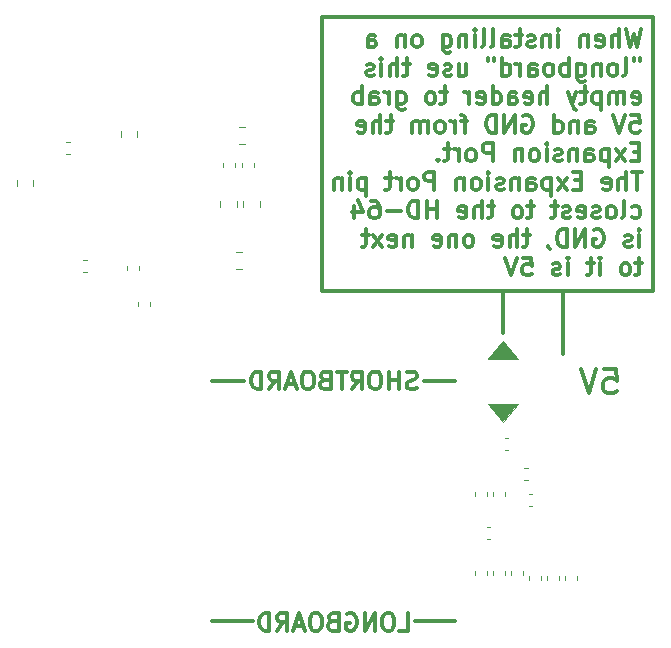
<source format=gbr>
%TF.GenerationSoftware,KiCad,Pcbnew,8.0.8*%
%TF.CreationDate,2025-02-13T12:54:14+01:00*%
%TF.ProjectId,hd_64_v0,68645f36-345f-4763-902e-6b696361645f,0.2*%
%TF.SameCoordinates,PX4737720PY55fe290*%
%TF.FileFunction,Legend,Bot*%
%TF.FilePolarity,Positive*%
%FSLAX46Y46*%
G04 Gerber Fmt 4.6, Leading zero omitted, Abs format (unit mm)*
G04 Created by KiCad (PCBNEW 8.0.8) date 2025-02-13 12:54:14*
%MOMM*%
%LPD*%
G01*
G04 APERTURE LIST*
%ADD10C,0.300000*%
%ADD11C,0.120000*%
G04 APERTURE END LIST*
D10*
X21590000Y2540000D02*
X25019000Y2540000D01*
X38735000Y2540000D02*
X42164000Y2540000D01*
D11*
X47498000Y24765000D02*
X44958000Y24765000D01*
X46228000Y26289000D01*
X47498000Y24765000D01*
G36*
X47498000Y24765000D02*
G01*
X44958000Y24765000D01*
X46228000Y26289000D01*
X47498000Y24765000D01*
G37*
D10*
X21590000Y22860000D02*
X24257000Y22860000D01*
X46228000Y26924000D02*
X46228000Y30480000D01*
X51308000Y25146000D02*
X51308000Y30480000D01*
D11*
X46228000Y19431000D02*
X44958000Y20955000D01*
X47498000Y20955000D01*
X46228000Y19431000D01*
G36*
X46228000Y19431000D02*
G01*
X44958000Y20955000D01*
X47498000Y20955000D01*
X46228000Y19431000D01*
G37*
D10*
X30861000Y53721000D02*
X58928000Y53721000D01*
X58928000Y30480000D01*
X30861000Y30480000D01*
X30861000Y53721000D01*
X39497000Y22860000D02*
X42164000Y22860000D01*
X38876999Y22241600D02*
X38662714Y22170172D01*
X38662714Y22170172D02*
X38305571Y22170172D01*
X38305571Y22170172D02*
X38162714Y22241600D01*
X38162714Y22241600D02*
X38091285Y22313029D01*
X38091285Y22313029D02*
X38019856Y22455886D01*
X38019856Y22455886D02*
X38019856Y22598743D01*
X38019856Y22598743D02*
X38091285Y22741600D01*
X38091285Y22741600D02*
X38162714Y22813029D01*
X38162714Y22813029D02*
X38305571Y22884458D01*
X38305571Y22884458D02*
X38591285Y22955886D01*
X38591285Y22955886D02*
X38734142Y23027315D01*
X38734142Y23027315D02*
X38805571Y23098743D01*
X38805571Y23098743D02*
X38876999Y23241600D01*
X38876999Y23241600D02*
X38876999Y23384458D01*
X38876999Y23384458D02*
X38805571Y23527315D01*
X38805571Y23527315D02*
X38734142Y23598743D01*
X38734142Y23598743D02*
X38591285Y23670172D01*
X38591285Y23670172D02*
X38234142Y23670172D01*
X38234142Y23670172D02*
X38019856Y23598743D01*
X37377000Y22170172D02*
X37377000Y23670172D01*
X37377000Y22955886D02*
X36519857Y22955886D01*
X36519857Y22170172D02*
X36519857Y23670172D01*
X35519856Y23670172D02*
X35234142Y23670172D01*
X35234142Y23670172D02*
X35091285Y23598743D01*
X35091285Y23598743D02*
X34948428Y23455886D01*
X34948428Y23455886D02*
X34876999Y23170172D01*
X34876999Y23170172D02*
X34876999Y22670172D01*
X34876999Y22670172D02*
X34948428Y22384458D01*
X34948428Y22384458D02*
X35091285Y22241600D01*
X35091285Y22241600D02*
X35234142Y22170172D01*
X35234142Y22170172D02*
X35519856Y22170172D01*
X35519856Y22170172D02*
X35662714Y22241600D01*
X35662714Y22241600D02*
X35805571Y22384458D01*
X35805571Y22384458D02*
X35876999Y22670172D01*
X35876999Y22670172D02*
X35876999Y23170172D01*
X35876999Y23170172D02*
X35805571Y23455886D01*
X35805571Y23455886D02*
X35662714Y23598743D01*
X35662714Y23598743D02*
X35519856Y23670172D01*
X33376999Y22170172D02*
X33876999Y22884458D01*
X34234142Y22170172D02*
X34234142Y23670172D01*
X34234142Y23670172D02*
X33662713Y23670172D01*
X33662713Y23670172D02*
X33519856Y23598743D01*
X33519856Y23598743D02*
X33448427Y23527315D01*
X33448427Y23527315D02*
X33376999Y23384458D01*
X33376999Y23384458D02*
X33376999Y23170172D01*
X33376999Y23170172D02*
X33448427Y23027315D01*
X33448427Y23027315D02*
X33519856Y22955886D01*
X33519856Y22955886D02*
X33662713Y22884458D01*
X33662713Y22884458D02*
X34234142Y22884458D01*
X32948427Y23670172D02*
X32091285Y23670172D01*
X32519856Y22170172D02*
X32519856Y23670172D01*
X31091285Y22955886D02*
X30876999Y22884458D01*
X30876999Y22884458D02*
X30805570Y22813029D01*
X30805570Y22813029D02*
X30734142Y22670172D01*
X30734142Y22670172D02*
X30734142Y22455886D01*
X30734142Y22455886D02*
X30805570Y22313029D01*
X30805570Y22313029D02*
X30876999Y22241600D01*
X30876999Y22241600D02*
X31019856Y22170172D01*
X31019856Y22170172D02*
X31591285Y22170172D01*
X31591285Y22170172D02*
X31591285Y23670172D01*
X31591285Y23670172D02*
X31091285Y23670172D01*
X31091285Y23670172D02*
X30948428Y23598743D01*
X30948428Y23598743D02*
X30876999Y23527315D01*
X30876999Y23527315D02*
X30805570Y23384458D01*
X30805570Y23384458D02*
X30805570Y23241600D01*
X30805570Y23241600D02*
X30876999Y23098743D01*
X30876999Y23098743D02*
X30948428Y23027315D01*
X30948428Y23027315D02*
X31091285Y22955886D01*
X31091285Y22955886D02*
X31591285Y22955886D01*
X29805570Y23670172D02*
X29519856Y23670172D01*
X29519856Y23670172D02*
X29376999Y23598743D01*
X29376999Y23598743D02*
X29234142Y23455886D01*
X29234142Y23455886D02*
X29162713Y23170172D01*
X29162713Y23170172D02*
X29162713Y22670172D01*
X29162713Y22670172D02*
X29234142Y22384458D01*
X29234142Y22384458D02*
X29376999Y22241600D01*
X29376999Y22241600D02*
X29519856Y22170172D01*
X29519856Y22170172D02*
X29805570Y22170172D01*
X29805570Y22170172D02*
X29948428Y22241600D01*
X29948428Y22241600D02*
X30091285Y22384458D01*
X30091285Y22384458D02*
X30162713Y22670172D01*
X30162713Y22670172D02*
X30162713Y23170172D01*
X30162713Y23170172D02*
X30091285Y23455886D01*
X30091285Y23455886D02*
X29948428Y23598743D01*
X29948428Y23598743D02*
X29805570Y23670172D01*
X28591284Y22598743D02*
X27876999Y22598743D01*
X28734141Y22170172D02*
X28234141Y23670172D01*
X28234141Y23670172D02*
X27734141Y22170172D01*
X26376999Y22170172D02*
X26876999Y22884458D01*
X27234142Y22170172D02*
X27234142Y23670172D01*
X27234142Y23670172D02*
X26662713Y23670172D01*
X26662713Y23670172D02*
X26519856Y23598743D01*
X26519856Y23598743D02*
X26448427Y23527315D01*
X26448427Y23527315D02*
X26376999Y23384458D01*
X26376999Y23384458D02*
X26376999Y23170172D01*
X26376999Y23170172D02*
X26448427Y23027315D01*
X26448427Y23027315D02*
X26519856Y22955886D01*
X26519856Y22955886D02*
X26662713Y22884458D01*
X26662713Y22884458D02*
X27234142Y22884458D01*
X25734142Y22170172D02*
X25734142Y23670172D01*
X25734142Y23670172D02*
X25376999Y23670172D01*
X25376999Y23670172D02*
X25162713Y23598743D01*
X25162713Y23598743D02*
X25019856Y23455886D01*
X25019856Y23455886D02*
X24948427Y23313029D01*
X24948427Y23313029D02*
X24876999Y23027315D01*
X24876999Y23027315D02*
X24876999Y22813029D01*
X24876999Y22813029D02*
X24948427Y22527315D01*
X24948427Y22527315D02*
X25019856Y22384458D01*
X25019856Y22384458D02*
X25162713Y22241600D01*
X25162713Y22241600D02*
X25376999Y22170172D01*
X25376999Y22170172D02*
X25734142Y22170172D01*
X57881346Y52641500D02*
X57524203Y51141500D01*
X57524203Y51141500D02*
X57238489Y52212928D01*
X57238489Y52212928D02*
X56952774Y51141500D01*
X56952774Y51141500D02*
X56595632Y52641500D01*
X56024203Y51141500D02*
X56024203Y52641500D01*
X55381346Y51141500D02*
X55381346Y51927214D01*
X55381346Y51927214D02*
X55452774Y52070071D01*
X55452774Y52070071D02*
X55595631Y52141500D01*
X55595631Y52141500D02*
X55809917Y52141500D01*
X55809917Y52141500D02*
X55952774Y52070071D01*
X55952774Y52070071D02*
X56024203Y51998643D01*
X54095631Y51212928D02*
X54238488Y51141500D01*
X54238488Y51141500D02*
X54524203Y51141500D01*
X54524203Y51141500D02*
X54667060Y51212928D01*
X54667060Y51212928D02*
X54738488Y51355786D01*
X54738488Y51355786D02*
X54738488Y51927214D01*
X54738488Y51927214D02*
X54667060Y52070071D01*
X54667060Y52070071D02*
X54524203Y52141500D01*
X54524203Y52141500D02*
X54238488Y52141500D01*
X54238488Y52141500D02*
X54095631Y52070071D01*
X54095631Y52070071D02*
X54024203Y51927214D01*
X54024203Y51927214D02*
X54024203Y51784357D01*
X54024203Y51784357D02*
X54738488Y51641500D01*
X53381346Y52141500D02*
X53381346Y51141500D01*
X53381346Y51998643D02*
X53309917Y52070071D01*
X53309917Y52070071D02*
X53167060Y52141500D01*
X53167060Y52141500D02*
X52952774Y52141500D01*
X52952774Y52141500D02*
X52809917Y52070071D01*
X52809917Y52070071D02*
X52738489Y51927214D01*
X52738489Y51927214D02*
X52738489Y51141500D01*
X50881346Y51141500D02*
X50881346Y52141500D01*
X50881346Y52641500D02*
X50952774Y52570071D01*
X50952774Y52570071D02*
X50881346Y52498643D01*
X50881346Y52498643D02*
X50809917Y52570071D01*
X50809917Y52570071D02*
X50881346Y52641500D01*
X50881346Y52641500D02*
X50881346Y52498643D01*
X50167060Y52141500D02*
X50167060Y51141500D01*
X50167060Y51998643D02*
X50095631Y52070071D01*
X50095631Y52070071D02*
X49952774Y52141500D01*
X49952774Y52141500D02*
X49738488Y52141500D01*
X49738488Y52141500D02*
X49595631Y52070071D01*
X49595631Y52070071D02*
X49524203Y51927214D01*
X49524203Y51927214D02*
X49524203Y51141500D01*
X48881345Y51212928D02*
X48738488Y51141500D01*
X48738488Y51141500D02*
X48452774Y51141500D01*
X48452774Y51141500D02*
X48309917Y51212928D01*
X48309917Y51212928D02*
X48238488Y51355786D01*
X48238488Y51355786D02*
X48238488Y51427214D01*
X48238488Y51427214D02*
X48309917Y51570071D01*
X48309917Y51570071D02*
X48452774Y51641500D01*
X48452774Y51641500D02*
X48667060Y51641500D01*
X48667060Y51641500D02*
X48809917Y51712928D01*
X48809917Y51712928D02*
X48881345Y51855786D01*
X48881345Y51855786D02*
X48881345Y51927214D01*
X48881345Y51927214D02*
X48809917Y52070071D01*
X48809917Y52070071D02*
X48667060Y52141500D01*
X48667060Y52141500D02*
X48452774Y52141500D01*
X48452774Y52141500D02*
X48309917Y52070071D01*
X47809916Y52141500D02*
X47238488Y52141500D01*
X47595631Y52641500D02*
X47595631Y51355786D01*
X47595631Y51355786D02*
X47524202Y51212928D01*
X47524202Y51212928D02*
X47381345Y51141500D01*
X47381345Y51141500D02*
X47238488Y51141500D01*
X46095631Y51141500D02*
X46095631Y51927214D01*
X46095631Y51927214D02*
X46167059Y52070071D01*
X46167059Y52070071D02*
X46309916Y52141500D01*
X46309916Y52141500D02*
X46595631Y52141500D01*
X46595631Y52141500D02*
X46738488Y52070071D01*
X46095631Y51212928D02*
X46238488Y51141500D01*
X46238488Y51141500D02*
X46595631Y51141500D01*
X46595631Y51141500D02*
X46738488Y51212928D01*
X46738488Y51212928D02*
X46809916Y51355786D01*
X46809916Y51355786D02*
X46809916Y51498643D01*
X46809916Y51498643D02*
X46738488Y51641500D01*
X46738488Y51641500D02*
X46595631Y51712928D01*
X46595631Y51712928D02*
X46238488Y51712928D01*
X46238488Y51712928D02*
X46095631Y51784357D01*
X45167059Y51141500D02*
X45309916Y51212928D01*
X45309916Y51212928D02*
X45381345Y51355786D01*
X45381345Y51355786D02*
X45381345Y52641500D01*
X44381345Y51141500D02*
X44524202Y51212928D01*
X44524202Y51212928D02*
X44595631Y51355786D01*
X44595631Y51355786D02*
X44595631Y52641500D01*
X43809917Y51141500D02*
X43809917Y52141500D01*
X43809917Y52641500D02*
X43881345Y52570071D01*
X43881345Y52570071D02*
X43809917Y52498643D01*
X43809917Y52498643D02*
X43738488Y52570071D01*
X43738488Y52570071D02*
X43809917Y52641500D01*
X43809917Y52641500D02*
X43809917Y52498643D01*
X43095631Y52141500D02*
X43095631Y51141500D01*
X43095631Y51998643D02*
X43024202Y52070071D01*
X43024202Y52070071D02*
X42881345Y52141500D01*
X42881345Y52141500D02*
X42667059Y52141500D01*
X42667059Y52141500D02*
X42524202Y52070071D01*
X42524202Y52070071D02*
X42452774Y51927214D01*
X42452774Y51927214D02*
X42452774Y51141500D01*
X41095631Y52141500D02*
X41095631Y50927214D01*
X41095631Y50927214D02*
X41167059Y50784357D01*
X41167059Y50784357D02*
X41238488Y50712928D01*
X41238488Y50712928D02*
X41381345Y50641500D01*
X41381345Y50641500D02*
X41595631Y50641500D01*
X41595631Y50641500D02*
X41738488Y50712928D01*
X41095631Y51212928D02*
X41238488Y51141500D01*
X41238488Y51141500D02*
X41524202Y51141500D01*
X41524202Y51141500D02*
X41667059Y51212928D01*
X41667059Y51212928D02*
X41738488Y51284357D01*
X41738488Y51284357D02*
X41809916Y51427214D01*
X41809916Y51427214D02*
X41809916Y51855786D01*
X41809916Y51855786D02*
X41738488Y51998643D01*
X41738488Y51998643D02*
X41667059Y52070071D01*
X41667059Y52070071D02*
X41524202Y52141500D01*
X41524202Y52141500D02*
X41238488Y52141500D01*
X41238488Y52141500D02*
X41095631Y52070071D01*
X39024202Y51141500D02*
X39167059Y51212928D01*
X39167059Y51212928D02*
X39238488Y51284357D01*
X39238488Y51284357D02*
X39309916Y51427214D01*
X39309916Y51427214D02*
X39309916Y51855786D01*
X39309916Y51855786D02*
X39238488Y51998643D01*
X39238488Y51998643D02*
X39167059Y52070071D01*
X39167059Y52070071D02*
X39024202Y52141500D01*
X39024202Y52141500D02*
X38809916Y52141500D01*
X38809916Y52141500D02*
X38667059Y52070071D01*
X38667059Y52070071D02*
X38595631Y51998643D01*
X38595631Y51998643D02*
X38524202Y51855786D01*
X38524202Y51855786D02*
X38524202Y51427214D01*
X38524202Y51427214D02*
X38595631Y51284357D01*
X38595631Y51284357D02*
X38667059Y51212928D01*
X38667059Y51212928D02*
X38809916Y51141500D01*
X38809916Y51141500D02*
X39024202Y51141500D01*
X37881345Y52141500D02*
X37881345Y51141500D01*
X37881345Y51998643D02*
X37809916Y52070071D01*
X37809916Y52070071D02*
X37667059Y52141500D01*
X37667059Y52141500D02*
X37452773Y52141500D01*
X37452773Y52141500D02*
X37309916Y52070071D01*
X37309916Y52070071D02*
X37238488Y51927214D01*
X37238488Y51927214D02*
X37238488Y51141500D01*
X34738488Y51141500D02*
X34738488Y51927214D01*
X34738488Y51927214D02*
X34809916Y52070071D01*
X34809916Y52070071D02*
X34952773Y52141500D01*
X34952773Y52141500D02*
X35238488Y52141500D01*
X35238488Y52141500D02*
X35381345Y52070071D01*
X34738488Y51212928D02*
X34881345Y51141500D01*
X34881345Y51141500D02*
X35238488Y51141500D01*
X35238488Y51141500D02*
X35381345Y51212928D01*
X35381345Y51212928D02*
X35452773Y51355786D01*
X35452773Y51355786D02*
X35452773Y51498643D01*
X35452773Y51498643D02*
X35381345Y51641500D01*
X35381345Y51641500D02*
X35238488Y51712928D01*
X35238488Y51712928D02*
X34881345Y51712928D01*
X34881345Y51712928D02*
X34738488Y51784357D01*
X57809917Y50226584D02*
X57809917Y49940870D01*
X57238489Y50226584D02*
X57238489Y49940870D01*
X56381346Y48726584D02*
X56524203Y48798012D01*
X56524203Y48798012D02*
X56595632Y48940870D01*
X56595632Y48940870D02*
X56595632Y50226584D01*
X55595632Y48726584D02*
X55738489Y48798012D01*
X55738489Y48798012D02*
X55809918Y48869441D01*
X55809918Y48869441D02*
X55881346Y49012298D01*
X55881346Y49012298D02*
X55881346Y49440870D01*
X55881346Y49440870D02*
X55809918Y49583727D01*
X55809918Y49583727D02*
X55738489Y49655155D01*
X55738489Y49655155D02*
X55595632Y49726584D01*
X55595632Y49726584D02*
X55381346Y49726584D01*
X55381346Y49726584D02*
X55238489Y49655155D01*
X55238489Y49655155D02*
X55167061Y49583727D01*
X55167061Y49583727D02*
X55095632Y49440870D01*
X55095632Y49440870D02*
X55095632Y49012298D01*
X55095632Y49012298D02*
X55167061Y48869441D01*
X55167061Y48869441D02*
X55238489Y48798012D01*
X55238489Y48798012D02*
X55381346Y48726584D01*
X55381346Y48726584D02*
X55595632Y48726584D01*
X54452775Y49726584D02*
X54452775Y48726584D01*
X54452775Y49583727D02*
X54381346Y49655155D01*
X54381346Y49655155D02*
X54238489Y49726584D01*
X54238489Y49726584D02*
X54024203Y49726584D01*
X54024203Y49726584D02*
X53881346Y49655155D01*
X53881346Y49655155D02*
X53809918Y49512298D01*
X53809918Y49512298D02*
X53809918Y48726584D01*
X52452775Y49726584D02*
X52452775Y48512298D01*
X52452775Y48512298D02*
X52524203Y48369441D01*
X52524203Y48369441D02*
X52595632Y48298012D01*
X52595632Y48298012D02*
X52738489Y48226584D01*
X52738489Y48226584D02*
X52952775Y48226584D01*
X52952775Y48226584D02*
X53095632Y48298012D01*
X52452775Y48798012D02*
X52595632Y48726584D01*
X52595632Y48726584D02*
X52881346Y48726584D01*
X52881346Y48726584D02*
X53024203Y48798012D01*
X53024203Y48798012D02*
X53095632Y48869441D01*
X53095632Y48869441D02*
X53167060Y49012298D01*
X53167060Y49012298D02*
X53167060Y49440870D01*
X53167060Y49440870D02*
X53095632Y49583727D01*
X53095632Y49583727D02*
X53024203Y49655155D01*
X53024203Y49655155D02*
X52881346Y49726584D01*
X52881346Y49726584D02*
X52595632Y49726584D01*
X52595632Y49726584D02*
X52452775Y49655155D01*
X51738489Y48726584D02*
X51738489Y50226584D01*
X51738489Y49655155D02*
X51595632Y49726584D01*
X51595632Y49726584D02*
X51309917Y49726584D01*
X51309917Y49726584D02*
X51167060Y49655155D01*
X51167060Y49655155D02*
X51095632Y49583727D01*
X51095632Y49583727D02*
X51024203Y49440870D01*
X51024203Y49440870D02*
X51024203Y49012298D01*
X51024203Y49012298D02*
X51095632Y48869441D01*
X51095632Y48869441D02*
X51167060Y48798012D01*
X51167060Y48798012D02*
X51309917Y48726584D01*
X51309917Y48726584D02*
X51595632Y48726584D01*
X51595632Y48726584D02*
X51738489Y48798012D01*
X50167060Y48726584D02*
X50309917Y48798012D01*
X50309917Y48798012D02*
X50381346Y48869441D01*
X50381346Y48869441D02*
X50452774Y49012298D01*
X50452774Y49012298D02*
X50452774Y49440870D01*
X50452774Y49440870D02*
X50381346Y49583727D01*
X50381346Y49583727D02*
X50309917Y49655155D01*
X50309917Y49655155D02*
X50167060Y49726584D01*
X50167060Y49726584D02*
X49952774Y49726584D01*
X49952774Y49726584D02*
X49809917Y49655155D01*
X49809917Y49655155D02*
X49738489Y49583727D01*
X49738489Y49583727D02*
X49667060Y49440870D01*
X49667060Y49440870D02*
X49667060Y49012298D01*
X49667060Y49012298D02*
X49738489Y48869441D01*
X49738489Y48869441D02*
X49809917Y48798012D01*
X49809917Y48798012D02*
X49952774Y48726584D01*
X49952774Y48726584D02*
X50167060Y48726584D01*
X48381346Y48726584D02*
X48381346Y49512298D01*
X48381346Y49512298D02*
X48452774Y49655155D01*
X48452774Y49655155D02*
X48595631Y49726584D01*
X48595631Y49726584D02*
X48881346Y49726584D01*
X48881346Y49726584D02*
X49024203Y49655155D01*
X48381346Y48798012D02*
X48524203Y48726584D01*
X48524203Y48726584D02*
X48881346Y48726584D01*
X48881346Y48726584D02*
X49024203Y48798012D01*
X49024203Y48798012D02*
X49095631Y48940870D01*
X49095631Y48940870D02*
X49095631Y49083727D01*
X49095631Y49083727D02*
X49024203Y49226584D01*
X49024203Y49226584D02*
X48881346Y49298012D01*
X48881346Y49298012D02*
X48524203Y49298012D01*
X48524203Y49298012D02*
X48381346Y49369441D01*
X47667060Y48726584D02*
X47667060Y49726584D01*
X47667060Y49440870D02*
X47595631Y49583727D01*
X47595631Y49583727D02*
X47524203Y49655155D01*
X47524203Y49655155D02*
X47381345Y49726584D01*
X47381345Y49726584D02*
X47238488Y49726584D01*
X46095632Y48726584D02*
X46095632Y50226584D01*
X46095632Y48798012D02*
X46238489Y48726584D01*
X46238489Y48726584D02*
X46524203Y48726584D01*
X46524203Y48726584D02*
X46667060Y48798012D01*
X46667060Y48798012D02*
X46738489Y48869441D01*
X46738489Y48869441D02*
X46809917Y49012298D01*
X46809917Y49012298D02*
X46809917Y49440870D01*
X46809917Y49440870D02*
X46738489Y49583727D01*
X46738489Y49583727D02*
X46667060Y49655155D01*
X46667060Y49655155D02*
X46524203Y49726584D01*
X46524203Y49726584D02*
X46238489Y49726584D01*
X46238489Y49726584D02*
X46095632Y49655155D01*
X45452774Y50226584D02*
X45452774Y49940870D01*
X44881346Y50226584D02*
X44881346Y49940870D01*
X42452775Y49726584D02*
X42452775Y48726584D01*
X43095632Y49726584D02*
X43095632Y48940870D01*
X43095632Y48940870D02*
X43024203Y48798012D01*
X43024203Y48798012D02*
X42881346Y48726584D01*
X42881346Y48726584D02*
X42667060Y48726584D01*
X42667060Y48726584D02*
X42524203Y48798012D01*
X42524203Y48798012D02*
X42452775Y48869441D01*
X41809917Y48798012D02*
X41667060Y48726584D01*
X41667060Y48726584D02*
X41381346Y48726584D01*
X41381346Y48726584D02*
X41238489Y48798012D01*
X41238489Y48798012D02*
X41167060Y48940870D01*
X41167060Y48940870D02*
X41167060Y49012298D01*
X41167060Y49012298D02*
X41238489Y49155155D01*
X41238489Y49155155D02*
X41381346Y49226584D01*
X41381346Y49226584D02*
X41595632Y49226584D01*
X41595632Y49226584D02*
X41738489Y49298012D01*
X41738489Y49298012D02*
X41809917Y49440870D01*
X41809917Y49440870D02*
X41809917Y49512298D01*
X41809917Y49512298D02*
X41738489Y49655155D01*
X41738489Y49655155D02*
X41595632Y49726584D01*
X41595632Y49726584D02*
X41381346Y49726584D01*
X41381346Y49726584D02*
X41238489Y49655155D01*
X39952774Y48798012D02*
X40095631Y48726584D01*
X40095631Y48726584D02*
X40381346Y48726584D01*
X40381346Y48726584D02*
X40524203Y48798012D01*
X40524203Y48798012D02*
X40595631Y48940870D01*
X40595631Y48940870D02*
X40595631Y49512298D01*
X40595631Y49512298D02*
X40524203Y49655155D01*
X40524203Y49655155D02*
X40381346Y49726584D01*
X40381346Y49726584D02*
X40095631Y49726584D01*
X40095631Y49726584D02*
X39952774Y49655155D01*
X39952774Y49655155D02*
X39881346Y49512298D01*
X39881346Y49512298D02*
X39881346Y49369441D01*
X39881346Y49369441D02*
X40595631Y49226584D01*
X38309917Y49726584D02*
X37738489Y49726584D01*
X38095632Y50226584D02*
X38095632Y48940870D01*
X38095632Y48940870D02*
X38024203Y48798012D01*
X38024203Y48798012D02*
X37881346Y48726584D01*
X37881346Y48726584D02*
X37738489Y48726584D01*
X37238489Y48726584D02*
X37238489Y50226584D01*
X36595632Y48726584D02*
X36595632Y49512298D01*
X36595632Y49512298D02*
X36667060Y49655155D01*
X36667060Y49655155D02*
X36809917Y49726584D01*
X36809917Y49726584D02*
X37024203Y49726584D01*
X37024203Y49726584D02*
X37167060Y49655155D01*
X37167060Y49655155D02*
X37238489Y49583727D01*
X35881346Y48726584D02*
X35881346Y49726584D01*
X35881346Y50226584D02*
X35952774Y50155155D01*
X35952774Y50155155D02*
X35881346Y50083727D01*
X35881346Y50083727D02*
X35809917Y50155155D01*
X35809917Y50155155D02*
X35881346Y50226584D01*
X35881346Y50226584D02*
X35881346Y50083727D01*
X35238488Y48798012D02*
X35095631Y48726584D01*
X35095631Y48726584D02*
X34809917Y48726584D01*
X34809917Y48726584D02*
X34667060Y48798012D01*
X34667060Y48798012D02*
X34595631Y48940870D01*
X34595631Y48940870D02*
X34595631Y49012298D01*
X34595631Y49012298D02*
X34667060Y49155155D01*
X34667060Y49155155D02*
X34809917Y49226584D01*
X34809917Y49226584D02*
X35024203Y49226584D01*
X35024203Y49226584D02*
X35167060Y49298012D01*
X35167060Y49298012D02*
X35238488Y49440870D01*
X35238488Y49440870D02*
X35238488Y49512298D01*
X35238488Y49512298D02*
X35167060Y49655155D01*
X35167060Y49655155D02*
X35024203Y49726584D01*
X35024203Y49726584D02*
X34809917Y49726584D01*
X34809917Y49726584D02*
X34667060Y49655155D01*
X57167060Y46383096D02*
X57309917Y46311668D01*
X57309917Y46311668D02*
X57595632Y46311668D01*
X57595632Y46311668D02*
X57738489Y46383096D01*
X57738489Y46383096D02*
X57809917Y46525954D01*
X57809917Y46525954D02*
X57809917Y47097382D01*
X57809917Y47097382D02*
X57738489Y47240239D01*
X57738489Y47240239D02*
X57595632Y47311668D01*
X57595632Y47311668D02*
X57309917Y47311668D01*
X57309917Y47311668D02*
X57167060Y47240239D01*
X57167060Y47240239D02*
X57095632Y47097382D01*
X57095632Y47097382D02*
X57095632Y46954525D01*
X57095632Y46954525D02*
X57809917Y46811668D01*
X56452775Y46311668D02*
X56452775Y47311668D01*
X56452775Y47168811D02*
X56381346Y47240239D01*
X56381346Y47240239D02*
X56238489Y47311668D01*
X56238489Y47311668D02*
X56024203Y47311668D01*
X56024203Y47311668D02*
X55881346Y47240239D01*
X55881346Y47240239D02*
X55809918Y47097382D01*
X55809918Y47097382D02*
X55809918Y46311668D01*
X55809918Y47097382D02*
X55738489Y47240239D01*
X55738489Y47240239D02*
X55595632Y47311668D01*
X55595632Y47311668D02*
X55381346Y47311668D01*
X55381346Y47311668D02*
X55238489Y47240239D01*
X55238489Y47240239D02*
X55167060Y47097382D01*
X55167060Y47097382D02*
X55167060Y46311668D01*
X54452775Y47311668D02*
X54452775Y45811668D01*
X54452775Y47240239D02*
X54309918Y47311668D01*
X54309918Y47311668D02*
X54024203Y47311668D01*
X54024203Y47311668D02*
X53881346Y47240239D01*
X53881346Y47240239D02*
X53809918Y47168811D01*
X53809918Y47168811D02*
X53738489Y47025954D01*
X53738489Y47025954D02*
X53738489Y46597382D01*
X53738489Y46597382D02*
X53809918Y46454525D01*
X53809918Y46454525D02*
X53881346Y46383096D01*
X53881346Y46383096D02*
X54024203Y46311668D01*
X54024203Y46311668D02*
X54309918Y46311668D01*
X54309918Y46311668D02*
X54452775Y46383096D01*
X53309917Y47311668D02*
X52738489Y47311668D01*
X53095632Y47811668D02*
X53095632Y46525954D01*
X53095632Y46525954D02*
X53024203Y46383096D01*
X53024203Y46383096D02*
X52881346Y46311668D01*
X52881346Y46311668D02*
X52738489Y46311668D01*
X52381346Y47311668D02*
X52024203Y46311668D01*
X51667060Y47311668D02*
X52024203Y46311668D01*
X52024203Y46311668D02*
X52167060Y45954525D01*
X52167060Y45954525D02*
X52238489Y45883096D01*
X52238489Y45883096D02*
X52381346Y45811668D01*
X49952775Y46311668D02*
X49952775Y47811668D01*
X49309918Y46311668D02*
X49309918Y47097382D01*
X49309918Y47097382D02*
X49381346Y47240239D01*
X49381346Y47240239D02*
X49524203Y47311668D01*
X49524203Y47311668D02*
X49738489Y47311668D01*
X49738489Y47311668D02*
X49881346Y47240239D01*
X49881346Y47240239D02*
X49952775Y47168811D01*
X48024203Y46383096D02*
X48167060Y46311668D01*
X48167060Y46311668D02*
X48452775Y46311668D01*
X48452775Y46311668D02*
X48595632Y46383096D01*
X48595632Y46383096D02*
X48667060Y46525954D01*
X48667060Y46525954D02*
X48667060Y47097382D01*
X48667060Y47097382D02*
X48595632Y47240239D01*
X48595632Y47240239D02*
X48452775Y47311668D01*
X48452775Y47311668D02*
X48167060Y47311668D01*
X48167060Y47311668D02*
X48024203Y47240239D01*
X48024203Y47240239D02*
X47952775Y47097382D01*
X47952775Y47097382D02*
X47952775Y46954525D01*
X47952775Y46954525D02*
X48667060Y46811668D01*
X46667061Y46311668D02*
X46667061Y47097382D01*
X46667061Y47097382D02*
X46738489Y47240239D01*
X46738489Y47240239D02*
X46881346Y47311668D01*
X46881346Y47311668D02*
X47167061Y47311668D01*
X47167061Y47311668D02*
X47309918Y47240239D01*
X46667061Y46383096D02*
X46809918Y46311668D01*
X46809918Y46311668D02*
X47167061Y46311668D01*
X47167061Y46311668D02*
X47309918Y46383096D01*
X47309918Y46383096D02*
X47381346Y46525954D01*
X47381346Y46525954D02*
X47381346Y46668811D01*
X47381346Y46668811D02*
X47309918Y46811668D01*
X47309918Y46811668D02*
X47167061Y46883096D01*
X47167061Y46883096D02*
X46809918Y46883096D01*
X46809918Y46883096D02*
X46667061Y46954525D01*
X45309918Y46311668D02*
X45309918Y47811668D01*
X45309918Y46383096D02*
X45452775Y46311668D01*
X45452775Y46311668D02*
X45738489Y46311668D01*
X45738489Y46311668D02*
X45881346Y46383096D01*
X45881346Y46383096D02*
X45952775Y46454525D01*
X45952775Y46454525D02*
X46024203Y46597382D01*
X46024203Y46597382D02*
X46024203Y47025954D01*
X46024203Y47025954D02*
X45952775Y47168811D01*
X45952775Y47168811D02*
X45881346Y47240239D01*
X45881346Y47240239D02*
X45738489Y47311668D01*
X45738489Y47311668D02*
X45452775Y47311668D01*
X45452775Y47311668D02*
X45309918Y47240239D01*
X44024203Y46383096D02*
X44167060Y46311668D01*
X44167060Y46311668D02*
X44452775Y46311668D01*
X44452775Y46311668D02*
X44595632Y46383096D01*
X44595632Y46383096D02*
X44667060Y46525954D01*
X44667060Y46525954D02*
X44667060Y47097382D01*
X44667060Y47097382D02*
X44595632Y47240239D01*
X44595632Y47240239D02*
X44452775Y47311668D01*
X44452775Y47311668D02*
X44167060Y47311668D01*
X44167060Y47311668D02*
X44024203Y47240239D01*
X44024203Y47240239D02*
X43952775Y47097382D01*
X43952775Y47097382D02*
X43952775Y46954525D01*
X43952775Y46954525D02*
X44667060Y46811668D01*
X43309918Y46311668D02*
X43309918Y47311668D01*
X43309918Y47025954D02*
X43238489Y47168811D01*
X43238489Y47168811D02*
X43167061Y47240239D01*
X43167061Y47240239D02*
X43024203Y47311668D01*
X43024203Y47311668D02*
X42881346Y47311668D01*
X41452775Y47311668D02*
X40881347Y47311668D01*
X41238490Y47811668D02*
X41238490Y46525954D01*
X41238490Y46525954D02*
X41167061Y46383096D01*
X41167061Y46383096D02*
X41024204Y46311668D01*
X41024204Y46311668D02*
X40881347Y46311668D01*
X40167061Y46311668D02*
X40309918Y46383096D01*
X40309918Y46383096D02*
X40381347Y46454525D01*
X40381347Y46454525D02*
X40452775Y46597382D01*
X40452775Y46597382D02*
X40452775Y47025954D01*
X40452775Y47025954D02*
X40381347Y47168811D01*
X40381347Y47168811D02*
X40309918Y47240239D01*
X40309918Y47240239D02*
X40167061Y47311668D01*
X40167061Y47311668D02*
X39952775Y47311668D01*
X39952775Y47311668D02*
X39809918Y47240239D01*
X39809918Y47240239D02*
X39738490Y47168811D01*
X39738490Y47168811D02*
X39667061Y47025954D01*
X39667061Y47025954D02*
X39667061Y46597382D01*
X39667061Y46597382D02*
X39738490Y46454525D01*
X39738490Y46454525D02*
X39809918Y46383096D01*
X39809918Y46383096D02*
X39952775Y46311668D01*
X39952775Y46311668D02*
X40167061Y46311668D01*
X37238490Y47311668D02*
X37238490Y46097382D01*
X37238490Y46097382D02*
X37309918Y45954525D01*
X37309918Y45954525D02*
X37381347Y45883096D01*
X37381347Y45883096D02*
X37524204Y45811668D01*
X37524204Y45811668D02*
X37738490Y45811668D01*
X37738490Y45811668D02*
X37881347Y45883096D01*
X37238490Y46383096D02*
X37381347Y46311668D01*
X37381347Y46311668D02*
X37667061Y46311668D01*
X37667061Y46311668D02*
X37809918Y46383096D01*
X37809918Y46383096D02*
X37881347Y46454525D01*
X37881347Y46454525D02*
X37952775Y46597382D01*
X37952775Y46597382D02*
X37952775Y47025954D01*
X37952775Y47025954D02*
X37881347Y47168811D01*
X37881347Y47168811D02*
X37809918Y47240239D01*
X37809918Y47240239D02*
X37667061Y47311668D01*
X37667061Y47311668D02*
X37381347Y47311668D01*
X37381347Y47311668D02*
X37238490Y47240239D01*
X36524204Y46311668D02*
X36524204Y47311668D01*
X36524204Y47025954D02*
X36452775Y47168811D01*
X36452775Y47168811D02*
X36381347Y47240239D01*
X36381347Y47240239D02*
X36238489Y47311668D01*
X36238489Y47311668D02*
X36095632Y47311668D01*
X34952776Y46311668D02*
X34952776Y47097382D01*
X34952776Y47097382D02*
X35024204Y47240239D01*
X35024204Y47240239D02*
X35167061Y47311668D01*
X35167061Y47311668D02*
X35452776Y47311668D01*
X35452776Y47311668D02*
X35595633Y47240239D01*
X34952776Y46383096D02*
X35095633Y46311668D01*
X35095633Y46311668D02*
X35452776Y46311668D01*
X35452776Y46311668D02*
X35595633Y46383096D01*
X35595633Y46383096D02*
X35667061Y46525954D01*
X35667061Y46525954D02*
X35667061Y46668811D01*
X35667061Y46668811D02*
X35595633Y46811668D01*
X35595633Y46811668D02*
X35452776Y46883096D01*
X35452776Y46883096D02*
X35095633Y46883096D01*
X35095633Y46883096D02*
X34952776Y46954525D01*
X34238490Y46311668D02*
X34238490Y47811668D01*
X34238490Y47240239D02*
X34095633Y47311668D01*
X34095633Y47311668D02*
X33809918Y47311668D01*
X33809918Y47311668D02*
X33667061Y47240239D01*
X33667061Y47240239D02*
X33595633Y47168811D01*
X33595633Y47168811D02*
X33524204Y47025954D01*
X33524204Y47025954D02*
X33524204Y46597382D01*
X33524204Y46597382D02*
X33595633Y46454525D01*
X33595633Y46454525D02*
X33667061Y46383096D01*
X33667061Y46383096D02*
X33809918Y46311668D01*
X33809918Y46311668D02*
X34095633Y46311668D01*
X34095633Y46311668D02*
X34238490Y46383096D01*
X57024203Y45396752D02*
X57738489Y45396752D01*
X57738489Y45396752D02*
X57809917Y44682466D01*
X57809917Y44682466D02*
X57738489Y44753895D01*
X57738489Y44753895D02*
X57595632Y44825323D01*
X57595632Y44825323D02*
X57238489Y44825323D01*
X57238489Y44825323D02*
X57095632Y44753895D01*
X57095632Y44753895D02*
X57024203Y44682466D01*
X57024203Y44682466D02*
X56952774Y44539609D01*
X56952774Y44539609D02*
X56952774Y44182466D01*
X56952774Y44182466D02*
X57024203Y44039609D01*
X57024203Y44039609D02*
X57095632Y43968180D01*
X57095632Y43968180D02*
X57238489Y43896752D01*
X57238489Y43896752D02*
X57595632Y43896752D01*
X57595632Y43896752D02*
X57738489Y43968180D01*
X57738489Y43968180D02*
X57809917Y44039609D01*
X56524203Y45396752D02*
X56024203Y43896752D01*
X56024203Y43896752D02*
X55524203Y45396752D01*
X53238490Y43896752D02*
X53238490Y44682466D01*
X53238490Y44682466D02*
X53309918Y44825323D01*
X53309918Y44825323D02*
X53452775Y44896752D01*
X53452775Y44896752D02*
X53738490Y44896752D01*
X53738490Y44896752D02*
X53881347Y44825323D01*
X53238490Y43968180D02*
X53381347Y43896752D01*
X53381347Y43896752D02*
X53738490Y43896752D01*
X53738490Y43896752D02*
X53881347Y43968180D01*
X53881347Y43968180D02*
X53952775Y44111038D01*
X53952775Y44111038D02*
X53952775Y44253895D01*
X53952775Y44253895D02*
X53881347Y44396752D01*
X53881347Y44396752D02*
X53738490Y44468180D01*
X53738490Y44468180D02*
X53381347Y44468180D01*
X53381347Y44468180D02*
X53238490Y44539609D01*
X52524204Y44896752D02*
X52524204Y43896752D01*
X52524204Y44753895D02*
X52452775Y44825323D01*
X52452775Y44825323D02*
X52309918Y44896752D01*
X52309918Y44896752D02*
X52095632Y44896752D01*
X52095632Y44896752D02*
X51952775Y44825323D01*
X51952775Y44825323D02*
X51881347Y44682466D01*
X51881347Y44682466D02*
X51881347Y43896752D01*
X50524204Y43896752D02*
X50524204Y45396752D01*
X50524204Y43968180D02*
X50667061Y43896752D01*
X50667061Y43896752D02*
X50952775Y43896752D01*
X50952775Y43896752D02*
X51095632Y43968180D01*
X51095632Y43968180D02*
X51167061Y44039609D01*
X51167061Y44039609D02*
X51238489Y44182466D01*
X51238489Y44182466D02*
X51238489Y44611038D01*
X51238489Y44611038D02*
X51167061Y44753895D01*
X51167061Y44753895D02*
X51095632Y44825323D01*
X51095632Y44825323D02*
X50952775Y44896752D01*
X50952775Y44896752D02*
X50667061Y44896752D01*
X50667061Y44896752D02*
X50524204Y44825323D01*
X47881346Y45325323D02*
X48024204Y45396752D01*
X48024204Y45396752D02*
X48238489Y45396752D01*
X48238489Y45396752D02*
X48452775Y45325323D01*
X48452775Y45325323D02*
X48595632Y45182466D01*
X48595632Y45182466D02*
X48667061Y45039609D01*
X48667061Y45039609D02*
X48738489Y44753895D01*
X48738489Y44753895D02*
X48738489Y44539609D01*
X48738489Y44539609D02*
X48667061Y44253895D01*
X48667061Y44253895D02*
X48595632Y44111038D01*
X48595632Y44111038D02*
X48452775Y43968180D01*
X48452775Y43968180D02*
X48238489Y43896752D01*
X48238489Y43896752D02*
X48095632Y43896752D01*
X48095632Y43896752D02*
X47881346Y43968180D01*
X47881346Y43968180D02*
X47809918Y44039609D01*
X47809918Y44039609D02*
X47809918Y44539609D01*
X47809918Y44539609D02*
X48095632Y44539609D01*
X47167061Y43896752D02*
X47167061Y45396752D01*
X47167061Y45396752D02*
X46309918Y43896752D01*
X46309918Y43896752D02*
X46309918Y45396752D01*
X45595632Y43896752D02*
X45595632Y45396752D01*
X45595632Y45396752D02*
X45238489Y45396752D01*
X45238489Y45396752D02*
X45024203Y45325323D01*
X45024203Y45325323D02*
X44881346Y45182466D01*
X44881346Y45182466D02*
X44809917Y45039609D01*
X44809917Y45039609D02*
X44738489Y44753895D01*
X44738489Y44753895D02*
X44738489Y44539609D01*
X44738489Y44539609D02*
X44809917Y44253895D01*
X44809917Y44253895D02*
X44881346Y44111038D01*
X44881346Y44111038D02*
X45024203Y43968180D01*
X45024203Y43968180D02*
X45238489Y43896752D01*
X45238489Y43896752D02*
X45595632Y43896752D01*
X43167060Y44896752D02*
X42595632Y44896752D01*
X42952775Y43896752D02*
X42952775Y45182466D01*
X42952775Y45182466D02*
X42881346Y45325323D01*
X42881346Y45325323D02*
X42738489Y45396752D01*
X42738489Y45396752D02*
X42595632Y45396752D01*
X42095632Y43896752D02*
X42095632Y44896752D01*
X42095632Y44611038D02*
X42024203Y44753895D01*
X42024203Y44753895D02*
X41952775Y44825323D01*
X41952775Y44825323D02*
X41809917Y44896752D01*
X41809917Y44896752D02*
X41667060Y44896752D01*
X40952775Y43896752D02*
X41095632Y43968180D01*
X41095632Y43968180D02*
X41167061Y44039609D01*
X41167061Y44039609D02*
X41238489Y44182466D01*
X41238489Y44182466D02*
X41238489Y44611038D01*
X41238489Y44611038D02*
X41167061Y44753895D01*
X41167061Y44753895D02*
X41095632Y44825323D01*
X41095632Y44825323D02*
X40952775Y44896752D01*
X40952775Y44896752D02*
X40738489Y44896752D01*
X40738489Y44896752D02*
X40595632Y44825323D01*
X40595632Y44825323D02*
X40524204Y44753895D01*
X40524204Y44753895D02*
X40452775Y44611038D01*
X40452775Y44611038D02*
X40452775Y44182466D01*
X40452775Y44182466D02*
X40524204Y44039609D01*
X40524204Y44039609D02*
X40595632Y43968180D01*
X40595632Y43968180D02*
X40738489Y43896752D01*
X40738489Y43896752D02*
X40952775Y43896752D01*
X39809918Y43896752D02*
X39809918Y44896752D01*
X39809918Y44753895D02*
X39738489Y44825323D01*
X39738489Y44825323D02*
X39595632Y44896752D01*
X39595632Y44896752D02*
X39381346Y44896752D01*
X39381346Y44896752D02*
X39238489Y44825323D01*
X39238489Y44825323D02*
X39167061Y44682466D01*
X39167061Y44682466D02*
X39167061Y43896752D01*
X39167061Y44682466D02*
X39095632Y44825323D01*
X39095632Y44825323D02*
X38952775Y44896752D01*
X38952775Y44896752D02*
X38738489Y44896752D01*
X38738489Y44896752D02*
X38595632Y44825323D01*
X38595632Y44825323D02*
X38524203Y44682466D01*
X38524203Y44682466D02*
X38524203Y43896752D01*
X36881346Y44896752D02*
X36309918Y44896752D01*
X36667061Y45396752D02*
X36667061Y44111038D01*
X36667061Y44111038D02*
X36595632Y43968180D01*
X36595632Y43968180D02*
X36452775Y43896752D01*
X36452775Y43896752D02*
X36309918Y43896752D01*
X35809918Y43896752D02*
X35809918Y45396752D01*
X35167061Y43896752D02*
X35167061Y44682466D01*
X35167061Y44682466D02*
X35238489Y44825323D01*
X35238489Y44825323D02*
X35381346Y44896752D01*
X35381346Y44896752D02*
X35595632Y44896752D01*
X35595632Y44896752D02*
X35738489Y44825323D01*
X35738489Y44825323D02*
X35809918Y44753895D01*
X33881346Y43968180D02*
X34024203Y43896752D01*
X34024203Y43896752D02*
X34309918Y43896752D01*
X34309918Y43896752D02*
X34452775Y43968180D01*
X34452775Y43968180D02*
X34524203Y44111038D01*
X34524203Y44111038D02*
X34524203Y44682466D01*
X34524203Y44682466D02*
X34452775Y44825323D01*
X34452775Y44825323D02*
X34309918Y44896752D01*
X34309918Y44896752D02*
X34024203Y44896752D01*
X34024203Y44896752D02*
X33881346Y44825323D01*
X33881346Y44825323D02*
X33809918Y44682466D01*
X33809918Y44682466D02*
X33809918Y44539609D01*
X33809918Y44539609D02*
X34524203Y44396752D01*
X57738489Y42267550D02*
X57238489Y42267550D01*
X57024203Y41481836D02*
X57738489Y41481836D01*
X57738489Y41481836D02*
X57738489Y42981836D01*
X57738489Y42981836D02*
X57024203Y42981836D01*
X56524203Y41481836D02*
X55738489Y42481836D01*
X56524203Y42481836D02*
X55738489Y41481836D01*
X55167060Y42481836D02*
X55167060Y40981836D01*
X55167060Y42410407D02*
X55024203Y42481836D01*
X55024203Y42481836D02*
X54738488Y42481836D01*
X54738488Y42481836D02*
X54595631Y42410407D01*
X54595631Y42410407D02*
X54524203Y42338979D01*
X54524203Y42338979D02*
X54452774Y42196122D01*
X54452774Y42196122D02*
X54452774Y41767550D01*
X54452774Y41767550D02*
X54524203Y41624693D01*
X54524203Y41624693D02*
X54595631Y41553264D01*
X54595631Y41553264D02*
X54738488Y41481836D01*
X54738488Y41481836D02*
X55024203Y41481836D01*
X55024203Y41481836D02*
X55167060Y41553264D01*
X53167060Y41481836D02*
X53167060Y42267550D01*
X53167060Y42267550D02*
X53238488Y42410407D01*
X53238488Y42410407D02*
X53381345Y42481836D01*
X53381345Y42481836D02*
X53667060Y42481836D01*
X53667060Y42481836D02*
X53809917Y42410407D01*
X53167060Y41553264D02*
X53309917Y41481836D01*
X53309917Y41481836D02*
X53667060Y41481836D01*
X53667060Y41481836D02*
X53809917Y41553264D01*
X53809917Y41553264D02*
X53881345Y41696122D01*
X53881345Y41696122D02*
X53881345Y41838979D01*
X53881345Y41838979D02*
X53809917Y41981836D01*
X53809917Y41981836D02*
X53667060Y42053264D01*
X53667060Y42053264D02*
X53309917Y42053264D01*
X53309917Y42053264D02*
X53167060Y42124693D01*
X52452774Y42481836D02*
X52452774Y41481836D01*
X52452774Y42338979D02*
X52381345Y42410407D01*
X52381345Y42410407D02*
X52238488Y42481836D01*
X52238488Y42481836D02*
X52024202Y42481836D01*
X52024202Y42481836D02*
X51881345Y42410407D01*
X51881345Y42410407D02*
X51809917Y42267550D01*
X51809917Y42267550D02*
X51809917Y41481836D01*
X51167059Y41553264D02*
X51024202Y41481836D01*
X51024202Y41481836D02*
X50738488Y41481836D01*
X50738488Y41481836D02*
X50595631Y41553264D01*
X50595631Y41553264D02*
X50524202Y41696122D01*
X50524202Y41696122D02*
X50524202Y41767550D01*
X50524202Y41767550D02*
X50595631Y41910407D01*
X50595631Y41910407D02*
X50738488Y41981836D01*
X50738488Y41981836D02*
X50952774Y41981836D01*
X50952774Y41981836D02*
X51095631Y42053264D01*
X51095631Y42053264D02*
X51167059Y42196122D01*
X51167059Y42196122D02*
X51167059Y42267550D01*
X51167059Y42267550D02*
X51095631Y42410407D01*
X51095631Y42410407D02*
X50952774Y42481836D01*
X50952774Y42481836D02*
X50738488Y42481836D01*
X50738488Y42481836D02*
X50595631Y42410407D01*
X49881345Y41481836D02*
X49881345Y42481836D01*
X49881345Y42981836D02*
X49952773Y42910407D01*
X49952773Y42910407D02*
X49881345Y42838979D01*
X49881345Y42838979D02*
X49809916Y42910407D01*
X49809916Y42910407D02*
X49881345Y42981836D01*
X49881345Y42981836D02*
X49881345Y42838979D01*
X48952773Y41481836D02*
X49095630Y41553264D01*
X49095630Y41553264D02*
X49167059Y41624693D01*
X49167059Y41624693D02*
X49238487Y41767550D01*
X49238487Y41767550D02*
X49238487Y42196122D01*
X49238487Y42196122D02*
X49167059Y42338979D01*
X49167059Y42338979D02*
X49095630Y42410407D01*
X49095630Y42410407D02*
X48952773Y42481836D01*
X48952773Y42481836D02*
X48738487Y42481836D01*
X48738487Y42481836D02*
X48595630Y42410407D01*
X48595630Y42410407D02*
X48524202Y42338979D01*
X48524202Y42338979D02*
X48452773Y42196122D01*
X48452773Y42196122D02*
X48452773Y41767550D01*
X48452773Y41767550D02*
X48524202Y41624693D01*
X48524202Y41624693D02*
X48595630Y41553264D01*
X48595630Y41553264D02*
X48738487Y41481836D01*
X48738487Y41481836D02*
X48952773Y41481836D01*
X47809916Y42481836D02*
X47809916Y41481836D01*
X47809916Y42338979D02*
X47738487Y42410407D01*
X47738487Y42410407D02*
X47595630Y42481836D01*
X47595630Y42481836D02*
X47381344Y42481836D01*
X47381344Y42481836D02*
X47238487Y42410407D01*
X47238487Y42410407D02*
X47167059Y42267550D01*
X47167059Y42267550D02*
X47167059Y41481836D01*
X45309916Y41481836D02*
X45309916Y42981836D01*
X45309916Y42981836D02*
X44738487Y42981836D01*
X44738487Y42981836D02*
X44595630Y42910407D01*
X44595630Y42910407D02*
X44524201Y42838979D01*
X44524201Y42838979D02*
X44452773Y42696122D01*
X44452773Y42696122D02*
X44452773Y42481836D01*
X44452773Y42481836D02*
X44524201Y42338979D01*
X44524201Y42338979D02*
X44595630Y42267550D01*
X44595630Y42267550D02*
X44738487Y42196122D01*
X44738487Y42196122D02*
X45309916Y42196122D01*
X43595630Y41481836D02*
X43738487Y41553264D01*
X43738487Y41553264D02*
X43809916Y41624693D01*
X43809916Y41624693D02*
X43881344Y41767550D01*
X43881344Y41767550D02*
X43881344Y42196122D01*
X43881344Y42196122D02*
X43809916Y42338979D01*
X43809916Y42338979D02*
X43738487Y42410407D01*
X43738487Y42410407D02*
X43595630Y42481836D01*
X43595630Y42481836D02*
X43381344Y42481836D01*
X43381344Y42481836D02*
X43238487Y42410407D01*
X43238487Y42410407D02*
X43167059Y42338979D01*
X43167059Y42338979D02*
X43095630Y42196122D01*
X43095630Y42196122D02*
X43095630Y41767550D01*
X43095630Y41767550D02*
X43167059Y41624693D01*
X43167059Y41624693D02*
X43238487Y41553264D01*
X43238487Y41553264D02*
X43381344Y41481836D01*
X43381344Y41481836D02*
X43595630Y41481836D01*
X42452773Y41481836D02*
X42452773Y42481836D01*
X42452773Y42196122D02*
X42381344Y42338979D01*
X42381344Y42338979D02*
X42309916Y42410407D01*
X42309916Y42410407D02*
X42167058Y42481836D01*
X42167058Y42481836D02*
X42024201Y42481836D01*
X41738487Y42481836D02*
X41167059Y42481836D01*
X41524202Y42981836D02*
X41524202Y41696122D01*
X41524202Y41696122D02*
X41452773Y41553264D01*
X41452773Y41553264D02*
X41309916Y41481836D01*
X41309916Y41481836D02*
X41167059Y41481836D01*
X40667059Y41624693D02*
X40595630Y41553264D01*
X40595630Y41553264D02*
X40667059Y41481836D01*
X40667059Y41481836D02*
X40738487Y41553264D01*
X40738487Y41553264D02*
X40667059Y41624693D01*
X40667059Y41624693D02*
X40667059Y41481836D01*
X57952774Y40566920D02*
X57095632Y40566920D01*
X57524203Y39066920D02*
X57524203Y40566920D01*
X56595632Y39066920D02*
X56595632Y40566920D01*
X55952775Y39066920D02*
X55952775Y39852634D01*
X55952775Y39852634D02*
X56024203Y39995491D01*
X56024203Y39995491D02*
X56167060Y40066920D01*
X56167060Y40066920D02*
X56381346Y40066920D01*
X56381346Y40066920D02*
X56524203Y39995491D01*
X56524203Y39995491D02*
X56595632Y39924063D01*
X54667060Y39138348D02*
X54809917Y39066920D01*
X54809917Y39066920D02*
X55095632Y39066920D01*
X55095632Y39066920D02*
X55238489Y39138348D01*
X55238489Y39138348D02*
X55309917Y39281206D01*
X55309917Y39281206D02*
X55309917Y39852634D01*
X55309917Y39852634D02*
X55238489Y39995491D01*
X55238489Y39995491D02*
X55095632Y40066920D01*
X55095632Y40066920D02*
X54809917Y40066920D01*
X54809917Y40066920D02*
X54667060Y39995491D01*
X54667060Y39995491D02*
X54595632Y39852634D01*
X54595632Y39852634D02*
X54595632Y39709777D01*
X54595632Y39709777D02*
X55309917Y39566920D01*
X52809918Y39852634D02*
X52309918Y39852634D01*
X52095632Y39066920D02*
X52809918Y39066920D01*
X52809918Y39066920D02*
X52809918Y40566920D01*
X52809918Y40566920D02*
X52095632Y40566920D01*
X51595632Y39066920D02*
X50809918Y40066920D01*
X51595632Y40066920D02*
X50809918Y39066920D01*
X50238489Y40066920D02*
X50238489Y38566920D01*
X50238489Y39995491D02*
X50095632Y40066920D01*
X50095632Y40066920D02*
X49809917Y40066920D01*
X49809917Y40066920D02*
X49667060Y39995491D01*
X49667060Y39995491D02*
X49595632Y39924063D01*
X49595632Y39924063D02*
X49524203Y39781206D01*
X49524203Y39781206D02*
X49524203Y39352634D01*
X49524203Y39352634D02*
X49595632Y39209777D01*
X49595632Y39209777D02*
X49667060Y39138348D01*
X49667060Y39138348D02*
X49809917Y39066920D01*
X49809917Y39066920D02*
X50095632Y39066920D01*
X50095632Y39066920D02*
X50238489Y39138348D01*
X48238489Y39066920D02*
X48238489Y39852634D01*
X48238489Y39852634D02*
X48309917Y39995491D01*
X48309917Y39995491D02*
X48452774Y40066920D01*
X48452774Y40066920D02*
X48738489Y40066920D01*
X48738489Y40066920D02*
X48881346Y39995491D01*
X48238489Y39138348D02*
X48381346Y39066920D01*
X48381346Y39066920D02*
X48738489Y39066920D01*
X48738489Y39066920D02*
X48881346Y39138348D01*
X48881346Y39138348D02*
X48952774Y39281206D01*
X48952774Y39281206D02*
X48952774Y39424063D01*
X48952774Y39424063D02*
X48881346Y39566920D01*
X48881346Y39566920D02*
X48738489Y39638348D01*
X48738489Y39638348D02*
X48381346Y39638348D01*
X48381346Y39638348D02*
X48238489Y39709777D01*
X47524203Y40066920D02*
X47524203Y39066920D01*
X47524203Y39924063D02*
X47452774Y39995491D01*
X47452774Y39995491D02*
X47309917Y40066920D01*
X47309917Y40066920D02*
X47095631Y40066920D01*
X47095631Y40066920D02*
X46952774Y39995491D01*
X46952774Y39995491D02*
X46881346Y39852634D01*
X46881346Y39852634D02*
X46881346Y39066920D01*
X46238488Y39138348D02*
X46095631Y39066920D01*
X46095631Y39066920D02*
X45809917Y39066920D01*
X45809917Y39066920D02*
X45667060Y39138348D01*
X45667060Y39138348D02*
X45595631Y39281206D01*
X45595631Y39281206D02*
X45595631Y39352634D01*
X45595631Y39352634D02*
X45667060Y39495491D01*
X45667060Y39495491D02*
X45809917Y39566920D01*
X45809917Y39566920D02*
X46024203Y39566920D01*
X46024203Y39566920D02*
X46167060Y39638348D01*
X46167060Y39638348D02*
X46238488Y39781206D01*
X46238488Y39781206D02*
X46238488Y39852634D01*
X46238488Y39852634D02*
X46167060Y39995491D01*
X46167060Y39995491D02*
X46024203Y40066920D01*
X46024203Y40066920D02*
X45809917Y40066920D01*
X45809917Y40066920D02*
X45667060Y39995491D01*
X44952774Y39066920D02*
X44952774Y40066920D01*
X44952774Y40566920D02*
X45024202Y40495491D01*
X45024202Y40495491D02*
X44952774Y40424063D01*
X44952774Y40424063D02*
X44881345Y40495491D01*
X44881345Y40495491D02*
X44952774Y40566920D01*
X44952774Y40566920D02*
X44952774Y40424063D01*
X44024202Y39066920D02*
X44167059Y39138348D01*
X44167059Y39138348D02*
X44238488Y39209777D01*
X44238488Y39209777D02*
X44309916Y39352634D01*
X44309916Y39352634D02*
X44309916Y39781206D01*
X44309916Y39781206D02*
X44238488Y39924063D01*
X44238488Y39924063D02*
X44167059Y39995491D01*
X44167059Y39995491D02*
X44024202Y40066920D01*
X44024202Y40066920D02*
X43809916Y40066920D01*
X43809916Y40066920D02*
X43667059Y39995491D01*
X43667059Y39995491D02*
X43595631Y39924063D01*
X43595631Y39924063D02*
X43524202Y39781206D01*
X43524202Y39781206D02*
X43524202Y39352634D01*
X43524202Y39352634D02*
X43595631Y39209777D01*
X43595631Y39209777D02*
X43667059Y39138348D01*
X43667059Y39138348D02*
X43809916Y39066920D01*
X43809916Y39066920D02*
X44024202Y39066920D01*
X42881345Y40066920D02*
X42881345Y39066920D01*
X42881345Y39924063D02*
X42809916Y39995491D01*
X42809916Y39995491D02*
X42667059Y40066920D01*
X42667059Y40066920D02*
X42452773Y40066920D01*
X42452773Y40066920D02*
X42309916Y39995491D01*
X42309916Y39995491D02*
X42238488Y39852634D01*
X42238488Y39852634D02*
X42238488Y39066920D01*
X40381345Y39066920D02*
X40381345Y40566920D01*
X40381345Y40566920D02*
X39809916Y40566920D01*
X39809916Y40566920D02*
X39667059Y40495491D01*
X39667059Y40495491D02*
X39595630Y40424063D01*
X39595630Y40424063D02*
X39524202Y40281206D01*
X39524202Y40281206D02*
X39524202Y40066920D01*
X39524202Y40066920D02*
X39595630Y39924063D01*
X39595630Y39924063D02*
X39667059Y39852634D01*
X39667059Y39852634D02*
X39809916Y39781206D01*
X39809916Y39781206D02*
X40381345Y39781206D01*
X38667059Y39066920D02*
X38809916Y39138348D01*
X38809916Y39138348D02*
X38881345Y39209777D01*
X38881345Y39209777D02*
X38952773Y39352634D01*
X38952773Y39352634D02*
X38952773Y39781206D01*
X38952773Y39781206D02*
X38881345Y39924063D01*
X38881345Y39924063D02*
X38809916Y39995491D01*
X38809916Y39995491D02*
X38667059Y40066920D01*
X38667059Y40066920D02*
X38452773Y40066920D01*
X38452773Y40066920D02*
X38309916Y39995491D01*
X38309916Y39995491D02*
X38238488Y39924063D01*
X38238488Y39924063D02*
X38167059Y39781206D01*
X38167059Y39781206D02*
X38167059Y39352634D01*
X38167059Y39352634D02*
X38238488Y39209777D01*
X38238488Y39209777D02*
X38309916Y39138348D01*
X38309916Y39138348D02*
X38452773Y39066920D01*
X38452773Y39066920D02*
X38667059Y39066920D01*
X37524202Y39066920D02*
X37524202Y40066920D01*
X37524202Y39781206D02*
X37452773Y39924063D01*
X37452773Y39924063D02*
X37381345Y39995491D01*
X37381345Y39995491D02*
X37238487Y40066920D01*
X37238487Y40066920D02*
X37095630Y40066920D01*
X36809916Y40066920D02*
X36238488Y40066920D01*
X36595631Y40566920D02*
X36595631Y39281206D01*
X36595631Y39281206D02*
X36524202Y39138348D01*
X36524202Y39138348D02*
X36381345Y39066920D01*
X36381345Y39066920D02*
X36238488Y39066920D01*
X34595631Y40066920D02*
X34595631Y38566920D01*
X34595631Y39995491D02*
X34452774Y40066920D01*
X34452774Y40066920D02*
X34167059Y40066920D01*
X34167059Y40066920D02*
X34024202Y39995491D01*
X34024202Y39995491D02*
X33952774Y39924063D01*
X33952774Y39924063D02*
X33881345Y39781206D01*
X33881345Y39781206D02*
X33881345Y39352634D01*
X33881345Y39352634D02*
X33952774Y39209777D01*
X33952774Y39209777D02*
X34024202Y39138348D01*
X34024202Y39138348D02*
X34167059Y39066920D01*
X34167059Y39066920D02*
X34452774Y39066920D01*
X34452774Y39066920D02*
X34595631Y39138348D01*
X33238488Y39066920D02*
X33238488Y40066920D01*
X33238488Y40566920D02*
X33309916Y40495491D01*
X33309916Y40495491D02*
X33238488Y40424063D01*
X33238488Y40424063D02*
X33167059Y40495491D01*
X33167059Y40495491D02*
X33238488Y40566920D01*
X33238488Y40566920D02*
X33238488Y40424063D01*
X32524202Y40066920D02*
X32524202Y39066920D01*
X32524202Y39924063D02*
X32452773Y39995491D01*
X32452773Y39995491D02*
X32309916Y40066920D01*
X32309916Y40066920D02*
X32095630Y40066920D01*
X32095630Y40066920D02*
X31952773Y39995491D01*
X31952773Y39995491D02*
X31881345Y39852634D01*
X31881345Y39852634D02*
X31881345Y39066920D01*
X57095632Y36723432D02*
X57238489Y36652004D01*
X57238489Y36652004D02*
X57524203Y36652004D01*
X57524203Y36652004D02*
X57667060Y36723432D01*
X57667060Y36723432D02*
X57738489Y36794861D01*
X57738489Y36794861D02*
X57809917Y36937718D01*
X57809917Y36937718D02*
X57809917Y37366290D01*
X57809917Y37366290D02*
X57738489Y37509147D01*
X57738489Y37509147D02*
X57667060Y37580575D01*
X57667060Y37580575D02*
X57524203Y37652004D01*
X57524203Y37652004D02*
X57238489Y37652004D01*
X57238489Y37652004D02*
X57095632Y37580575D01*
X56238489Y36652004D02*
X56381346Y36723432D01*
X56381346Y36723432D02*
X56452775Y36866290D01*
X56452775Y36866290D02*
X56452775Y38152004D01*
X55452775Y36652004D02*
X55595632Y36723432D01*
X55595632Y36723432D02*
X55667061Y36794861D01*
X55667061Y36794861D02*
X55738489Y36937718D01*
X55738489Y36937718D02*
X55738489Y37366290D01*
X55738489Y37366290D02*
X55667061Y37509147D01*
X55667061Y37509147D02*
X55595632Y37580575D01*
X55595632Y37580575D02*
X55452775Y37652004D01*
X55452775Y37652004D02*
X55238489Y37652004D01*
X55238489Y37652004D02*
X55095632Y37580575D01*
X55095632Y37580575D02*
X55024204Y37509147D01*
X55024204Y37509147D02*
X54952775Y37366290D01*
X54952775Y37366290D02*
X54952775Y36937718D01*
X54952775Y36937718D02*
X55024204Y36794861D01*
X55024204Y36794861D02*
X55095632Y36723432D01*
X55095632Y36723432D02*
X55238489Y36652004D01*
X55238489Y36652004D02*
X55452775Y36652004D01*
X54381346Y36723432D02*
X54238489Y36652004D01*
X54238489Y36652004D02*
X53952775Y36652004D01*
X53952775Y36652004D02*
X53809918Y36723432D01*
X53809918Y36723432D02*
X53738489Y36866290D01*
X53738489Y36866290D02*
X53738489Y36937718D01*
X53738489Y36937718D02*
X53809918Y37080575D01*
X53809918Y37080575D02*
X53952775Y37152004D01*
X53952775Y37152004D02*
X54167061Y37152004D01*
X54167061Y37152004D02*
X54309918Y37223432D01*
X54309918Y37223432D02*
X54381346Y37366290D01*
X54381346Y37366290D02*
X54381346Y37437718D01*
X54381346Y37437718D02*
X54309918Y37580575D01*
X54309918Y37580575D02*
X54167061Y37652004D01*
X54167061Y37652004D02*
X53952775Y37652004D01*
X53952775Y37652004D02*
X53809918Y37580575D01*
X52524203Y36723432D02*
X52667060Y36652004D01*
X52667060Y36652004D02*
X52952775Y36652004D01*
X52952775Y36652004D02*
X53095632Y36723432D01*
X53095632Y36723432D02*
X53167060Y36866290D01*
X53167060Y36866290D02*
X53167060Y37437718D01*
X53167060Y37437718D02*
X53095632Y37580575D01*
X53095632Y37580575D02*
X52952775Y37652004D01*
X52952775Y37652004D02*
X52667060Y37652004D01*
X52667060Y37652004D02*
X52524203Y37580575D01*
X52524203Y37580575D02*
X52452775Y37437718D01*
X52452775Y37437718D02*
X52452775Y37294861D01*
X52452775Y37294861D02*
X53167060Y37152004D01*
X51881346Y36723432D02*
X51738489Y36652004D01*
X51738489Y36652004D02*
X51452775Y36652004D01*
X51452775Y36652004D02*
X51309918Y36723432D01*
X51309918Y36723432D02*
X51238489Y36866290D01*
X51238489Y36866290D02*
X51238489Y36937718D01*
X51238489Y36937718D02*
X51309918Y37080575D01*
X51309918Y37080575D02*
X51452775Y37152004D01*
X51452775Y37152004D02*
X51667061Y37152004D01*
X51667061Y37152004D02*
X51809918Y37223432D01*
X51809918Y37223432D02*
X51881346Y37366290D01*
X51881346Y37366290D02*
X51881346Y37437718D01*
X51881346Y37437718D02*
X51809918Y37580575D01*
X51809918Y37580575D02*
X51667061Y37652004D01*
X51667061Y37652004D02*
X51452775Y37652004D01*
X51452775Y37652004D02*
X51309918Y37580575D01*
X50809917Y37652004D02*
X50238489Y37652004D01*
X50595632Y38152004D02*
X50595632Y36866290D01*
X50595632Y36866290D02*
X50524203Y36723432D01*
X50524203Y36723432D02*
X50381346Y36652004D01*
X50381346Y36652004D02*
X50238489Y36652004D01*
X48809917Y37652004D02*
X48238489Y37652004D01*
X48595632Y38152004D02*
X48595632Y36866290D01*
X48595632Y36866290D02*
X48524203Y36723432D01*
X48524203Y36723432D02*
X48381346Y36652004D01*
X48381346Y36652004D02*
X48238489Y36652004D01*
X47524203Y36652004D02*
X47667060Y36723432D01*
X47667060Y36723432D02*
X47738489Y36794861D01*
X47738489Y36794861D02*
X47809917Y36937718D01*
X47809917Y36937718D02*
X47809917Y37366290D01*
X47809917Y37366290D02*
X47738489Y37509147D01*
X47738489Y37509147D02*
X47667060Y37580575D01*
X47667060Y37580575D02*
X47524203Y37652004D01*
X47524203Y37652004D02*
X47309917Y37652004D01*
X47309917Y37652004D02*
X47167060Y37580575D01*
X47167060Y37580575D02*
X47095632Y37509147D01*
X47095632Y37509147D02*
X47024203Y37366290D01*
X47024203Y37366290D02*
X47024203Y36937718D01*
X47024203Y36937718D02*
X47095632Y36794861D01*
X47095632Y36794861D02*
X47167060Y36723432D01*
X47167060Y36723432D02*
X47309917Y36652004D01*
X47309917Y36652004D02*
X47524203Y36652004D01*
X45452774Y37652004D02*
X44881346Y37652004D01*
X45238489Y38152004D02*
X45238489Y36866290D01*
X45238489Y36866290D02*
X45167060Y36723432D01*
X45167060Y36723432D02*
X45024203Y36652004D01*
X45024203Y36652004D02*
X44881346Y36652004D01*
X44381346Y36652004D02*
X44381346Y38152004D01*
X43738489Y36652004D02*
X43738489Y37437718D01*
X43738489Y37437718D02*
X43809917Y37580575D01*
X43809917Y37580575D02*
X43952774Y37652004D01*
X43952774Y37652004D02*
X44167060Y37652004D01*
X44167060Y37652004D02*
X44309917Y37580575D01*
X44309917Y37580575D02*
X44381346Y37509147D01*
X42452774Y36723432D02*
X42595631Y36652004D01*
X42595631Y36652004D02*
X42881346Y36652004D01*
X42881346Y36652004D02*
X43024203Y36723432D01*
X43024203Y36723432D02*
X43095631Y36866290D01*
X43095631Y36866290D02*
X43095631Y37437718D01*
X43095631Y37437718D02*
X43024203Y37580575D01*
X43024203Y37580575D02*
X42881346Y37652004D01*
X42881346Y37652004D02*
X42595631Y37652004D01*
X42595631Y37652004D02*
X42452774Y37580575D01*
X42452774Y37580575D02*
X42381346Y37437718D01*
X42381346Y37437718D02*
X42381346Y37294861D01*
X42381346Y37294861D02*
X43095631Y37152004D01*
X40595632Y36652004D02*
X40595632Y38152004D01*
X40595632Y37437718D02*
X39738489Y37437718D01*
X39738489Y36652004D02*
X39738489Y38152004D01*
X39024203Y36652004D02*
X39024203Y38152004D01*
X39024203Y38152004D02*
X38667060Y38152004D01*
X38667060Y38152004D02*
X38452774Y38080575D01*
X38452774Y38080575D02*
X38309917Y37937718D01*
X38309917Y37937718D02*
X38238488Y37794861D01*
X38238488Y37794861D02*
X38167060Y37509147D01*
X38167060Y37509147D02*
X38167060Y37294861D01*
X38167060Y37294861D02*
X38238488Y37009147D01*
X38238488Y37009147D02*
X38309917Y36866290D01*
X38309917Y36866290D02*
X38452774Y36723432D01*
X38452774Y36723432D02*
X38667060Y36652004D01*
X38667060Y36652004D02*
X39024203Y36652004D01*
X37524203Y37223432D02*
X36381346Y37223432D01*
X35024203Y38152004D02*
X35309917Y38152004D01*
X35309917Y38152004D02*
X35452774Y38080575D01*
X35452774Y38080575D02*
X35524203Y38009147D01*
X35524203Y38009147D02*
X35667060Y37794861D01*
X35667060Y37794861D02*
X35738488Y37509147D01*
X35738488Y37509147D02*
X35738488Y36937718D01*
X35738488Y36937718D02*
X35667060Y36794861D01*
X35667060Y36794861D02*
X35595631Y36723432D01*
X35595631Y36723432D02*
X35452774Y36652004D01*
X35452774Y36652004D02*
X35167060Y36652004D01*
X35167060Y36652004D02*
X35024203Y36723432D01*
X35024203Y36723432D02*
X34952774Y36794861D01*
X34952774Y36794861D02*
X34881345Y36937718D01*
X34881345Y36937718D02*
X34881345Y37294861D01*
X34881345Y37294861D02*
X34952774Y37437718D01*
X34952774Y37437718D02*
X35024203Y37509147D01*
X35024203Y37509147D02*
X35167060Y37580575D01*
X35167060Y37580575D02*
X35452774Y37580575D01*
X35452774Y37580575D02*
X35595631Y37509147D01*
X35595631Y37509147D02*
X35667060Y37437718D01*
X35667060Y37437718D02*
X35738488Y37294861D01*
X33595632Y37652004D02*
X33595632Y36652004D01*
X33952774Y38223432D02*
X34309917Y37152004D01*
X34309917Y37152004D02*
X33381346Y37152004D01*
X57738489Y34237088D02*
X57738489Y35237088D01*
X57738489Y35737088D02*
X57809917Y35665659D01*
X57809917Y35665659D02*
X57738489Y35594231D01*
X57738489Y35594231D02*
X57667060Y35665659D01*
X57667060Y35665659D02*
X57738489Y35737088D01*
X57738489Y35737088D02*
X57738489Y35594231D01*
X57095631Y34308516D02*
X56952774Y34237088D01*
X56952774Y34237088D02*
X56667060Y34237088D01*
X56667060Y34237088D02*
X56524203Y34308516D01*
X56524203Y34308516D02*
X56452774Y34451374D01*
X56452774Y34451374D02*
X56452774Y34522802D01*
X56452774Y34522802D02*
X56524203Y34665659D01*
X56524203Y34665659D02*
X56667060Y34737088D01*
X56667060Y34737088D02*
X56881346Y34737088D01*
X56881346Y34737088D02*
X57024203Y34808516D01*
X57024203Y34808516D02*
X57095631Y34951374D01*
X57095631Y34951374D02*
X57095631Y35022802D01*
X57095631Y35022802D02*
X57024203Y35165659D01*
X57024203Y35165659D02*
X56881346Y35237088D01*
X56881346Y35237088D02*
X56667060Y35237088D01*
X56667060Y35237088D02*
X56524203Y35165659D01*
X53881345Y35665659D02*
X54024203Y35737088D01*
X54024203Y35737088D02*
X54238488Y35737088D01*
X54238488Y35737088D02*
X54452774Y35665659D01*
X54452774Y35665659D02*
X54595631Y35522802D01*
X54595631Y35522802D02*
X54667060Y35379945D01*
X54667060Y35379945D02*
X54738488Y35094231D01*
X54738488Y35094231D02*
X54738488Y34879945D01*
X54738488Y34879945D02*
X54667060Y34594231D01*
X54667060Y34594231D02*
X54595631Y34451374D01*
X54595631Y34451374D02*
X54452774Y34308516D01*
X54452774Y34308516D02*
X54238488Y34237088D01*
X54238488Y34237088D02*
X54095631Y34237088D01*
X54095631Y34237088D02*
X53881345Y34308516D01*
X53881345Y34308516D02*
X53809917Y34379945D01*
X53809917Y34379945D02*
X53809917Y34879945D01*
X53809917Y34879945D02*
X54095631Y34879945D01*
X53167060Y34237088D02*
X53167060Y35737088D01*
X53167060Y35737088D02*
X52309917Y34237088D01*
X52309917Y34237088D02*
X52309917Y35737088D01*
X51595631Y34237088D02*
X51595631Y35737088D01*
X51595631Y35737088D02*
X51238488Y35737088D01*
X51238488Y35737088D02*
X51024202Y35665659D01*
X51024202Y35665659D02*
X50881345Y35522802D01*
X50881345Y35522802D02*
X50809916Y35379945D01*
X50809916Y35379945D02*
X50738488Y35094231D01*
X50738488Y35094231D02*
X50738488Y34879945D01*
X50738488Y34879945D02*
X50809916Y34594231D01*
X50809916Y34594231D02*
X50881345Y34451374D01*
X50881345Y34451374D02*
X51024202Y34308516D01*
X51024202Y34308516D02*
X51238488Y34237088D01*
X51238488Y34237088D02*
X51595631Y34237088D01*
X50024202Y34308516D02*
X50024202Y34237088D01*
X50024202Y34237088D02*
X50095631Y34094231D01*
X50095631Y34094231D02*
X50167059Y34022802D01*
X48452773Y35237088D02*
X47881345Y35237088D01*
X48238488Y35737088D02*
X48238488Y34451374D01*
X48238488Y34451374D02*
X48167059Y34308516D01*
X48167059Y34308516D02*
X48024202Y34237088D01*
X48024202Y34237088D02*
X47881345Y34237088D01*
X47381345Y34237088D02*
X47381345Y35737088D01*
X46738488Y34237088D02*
X46738488Y35022802D01*
X46738488Y35022802D02*
X46809916Y35165659D01*
X46809916Y35165659D02*
X46952773Y35237088D01*
X46952773Y35237088D02*
X47167059Y35237088D01*
X47167059Y35237088D02*
X47309916Y35165659D01*
X47309916Y35165659D02*
X47381345Y35094231D01*
X45452773Y34308516D02*
X45595630Y34237088D01*
X45595630Y34237088D02*
X45881345Y34237088D01*
X45881345Y34237088D02*
X46024202Y34308516D01*
X46024202Y34308516D02*
X46095630Y34451374D01*
X46095630Y34451374D02*
X46095630Y35022802D01*
X46095630Y35022802D02*
X46024202Y35165659D01*
X46024202Y35165659D02*
X45881345Y35237088D01*
X45881345Y35237088D02*
X45595630Y35237088D01*
X45595630Y35237088D02*
X45452773Y35165659D01*
X45452773Y35165659D02*
X45381345Y35022802D01*
X45381345Y35022802D02*
X45381345Y34879945D01*
X45381345Y34879945D02*
X46095630Y34737088D01*
X43381345Y34237088D02*
X43524202Y34308516D01*
X43524202Y34308516D02*
X43595631Y34379945D01*
X43595631Y34379945D02*
X43667059Y34522802D01*
X43667059Y34522802D02*
X43667059Y34951374D01*
X43667059Y34951374D02*
X43595631Y35094231D01*
X43595631Y35094231D02*
X43524202Y35165659D01*
X43524202Y35165659D02*
X43381345Y35237088D01*
X43381345Y35237088D02*
X43167059Y35237088D01*
X43167059Y35237088D02*
X43024202Y35165659D01*
X43024202Y35165659D02*
X42952774Y35094231D01*
X42952774Y35094231D02*
X42881345Y34951374D01*
X42881345Y34951374D02*
X42881345Y34522802D01*
X42881345Y34522802D02*
X42952774Y34379945D01*
X42952774Y34379945D02*
X43024202Y34308516D01*
X43024202Y34308516D02*
X43167059Y34237088D01*
X43167059Y34237088D02*
X43381345Y34237088D01*
X42238488Y35237088D02*
X42238488Y34237088D01*
X42238488Y35094231D02*
X42167059Y35165659D01*
X42167059Y35165659D02*
X42024202Y35237088D01*
X42024202Y35237088D02*
X41809916Y35237088D01*
X41809916Y35237088D02*
X41667059Y35165659D01*
X41667059Y35165659D02*
X41595631Y35022802D01*
X41595631Y35022802D02*
X41595631Y34237088D01*
X40309916Y34308516D02*
X40452773Y34237088D01*
X40452773Y34237088D02*
X40738488Y34237088D01*
X40738488Y34237088D02*
X40881345Y34308516D01*
X40881345Y34308516D02*
X40952773Y34451374D01*
X40952773Y34451374D02*
X40952773Y35022802D01*
X40952773Y35022802D02*
X40881345Y35165659D01*
X40881345Y35165659D02*
X40738488Y35237088D01*
X40738488Y35237088D02*
X40452773Y35237088D01*
X40452773Y35237088D02*
X40309916Y35165659D01*
X40309916Y35165659D02*
X40238488Y35022802D01*
X40238488Y35022802D02*
X40238488Y34879945D01*
X40238488Y34879945D02*
X40952773Y34737088D01*
X38452774Y35237088D02*
X38452774Y34237088D01*
X38452774Y35094231D02*
X38381345Y35165659D01*
X38381345Y35165659D02*
X38238488Y35237088D01*
X38238488Y35237088D02*
X38024202Y35237088D01*
X38024202Y35237088D02*
X37881345Y35165659D01*
X37881345Y35165659D02*
X37809917Y35022802D01*
X37809917Y35022802D02*
X37809917Y34237088D01*
X36524202Y34308516D02*
X36667059Y34237088D01*
X36667059Y34237088D02*
X36952774Y34237088D01*
X36952774Y34237088D02*
X37095631Y34308516D01*
X37095631Y34308516D02*
X37167059Y34451374D01*
X37167059Y34451374D02*
X37167059Y35022802D01*
X37167059Y35022802D02*
X37095631Y35165659D01*
X37095631Y35165659D02*
X36952774Y35237088D01*
X36952774Y35237088D02*
X36667059Y35237088D01*
X36667059Y35237088D02*
X36524202Y35165659D01*
X36524202Y35165659D02*
X36452774Y35022802D01*
X36452774Y35022802D02*
X36452774Y34879945D01*
X36452774Y34879945D02*
X37167059Y34737088D01*
X35952774Y34237088D02*
X35167060Y35237088D01*
X35952774Y35237088D02*
X35167060Y34237088D01*
X34809916Y35237088D02*
X34238488Y35237088D01*
X34595631Y35737088D02*
X34595631Y34451374D01*
X34595631Y34451374D02*
X34524202Y34308516D01*
X34524202Y34308516D02*
X34381345Y34237088D01*
X34381345Y34237088D02*
X34238488Y34237088D01*
X57952774Y32822172D02*
X57381346Y32822172D01*
X57738489Y33322172D02*
X57738489Y32036458D01*
X57738489Y32036458D02*
X57667060Y31893600D01*
X57667060Y31893600D02*
X57524203Y31822172D01*
X57524203Y31822172D02*
X57381346Y31822172D01*
X56667060Y31822172D02*
X56809917Y31893600D01*
X56809917Y31893600D02*
X56881346Y31965029D01*
X56881346Y31965029D02*
X56952774Y32107886D01*
X56952774Y32107886D02*
X56952774Y32536458D01*
X56952774Y32536458D02*
X56881346Y32679315D01*
X56881346Y32679315D02*
X56809917Y32750743D01*
X56809917Y32750743D02*
X56667060Y32822172D01*
X56667060Y32822172D02*
X56452774Y32822172D01*
X56452774Y32822172D02*
X56309917Y32750743D01*
X56309917Y32750743D02*
X56238489Y32679315D01*
X56238489Y32679315D02*
X56167060Y32536458D01*
X56167060Y32536458D02*
X56167060Y32107886D01*
X56167060Y32107886D02*
X56238489Y31965029D01*
X56238489Y31965029D02*
X56309917Y31893600D01*
X56309917Y31893600D02*
X56452774Y31822172D01*
X56452774Y31822172D02*
X56667060Y31822172D01*
X54381346Y31822172D02*
X54381346Y32822172D01*
X54381346Y33322172D02*
X54452774Y33250743D01*
X54452774Y33250743D02*
X54381346Y33179315D01*
X54381346Y33179315D02*
X54309917Y33250743D01*
X54309917Y33250743D02*
X54381346Y33322172D01*
X54381346Y33322172D02*
X54381346Y33179315D01*
X53881345Y32822172D02*
X53309917Y32822172D01*
X53667060Y33322172D02*
X53667060Y32036458D01*
X53667060Y32036458D02*
X53595631Y31893600D01*
X53595631Y31893600D02*
X53452774Y31822172D01*
X53452774Y31822172D02*
X53309917Y31822172D01*
X51667060Y31822172D02*
X51667060Y32822172D01*
X51667060Y33322172D02*
X51738488Y33250743D01*
X51738488Y33250743D02*
X51667060Y33179315D01*
X51667060Y33179315D02*
X51595631Y33250743D01*
X51595631Y33250743D02*
X51667060Y33322172D01*
X51667060Y33322172D02*
X51667060Y33179315D01*
X51024202Y31893600D02*
X50881345Y31822172D01*
X50881345Y31822172D02*
X50595631Y31822172D01*
X50595631Y31822172D02*
X50452774Y31893600D01*
X50452774Y31893600D02*
X50381345Y32036458D01*
X50381345Y32036458D02*
X50381345Y32107886D01*
X50381345Y32107886D02*
X50452774Y32250743D01*
X50452774Y32250743D02*
X50595631Y32322172D01*
X50595631Y32322172D02*
X50809917Y32322172D01*
X50809917Y32322172D02*
X50952774Y32393600D01*
X50952774Y32393600D02*
X51024202Y32536458D01*
X51024202Y32536458D02*
X51024202Y32607886D01*
X51024202Y32607886D02*
X50952774Y32750743D01*
X50952774Y32750743D02*
X50809917Y32822172D01*
X50809917Y32822172D02*
X50595631Y32822172D01*
X50595631Y32822172D02*
X50452774Y32750743D01*
X47881345Y33322172D02*
X48595631Y33322172D01*
X48595631Y33322172D02*
X48667059Y32607886D01*
X48667059Y32607886D02*
X48595631Y32679315D01*
X48595631Y32679315D02*
X48452774Y32750743D01*
X48452774Y32750743D02*
X48095631Y32750743D01*
X48095631Y32750743D02*
X47952774Y32679315D01*
X47952774Y32679315D02*
X47881345Y32607886D01*
X47881345Y32607886D02*
X47809916Y32465029D01*
X47809916Y32465029D02*
X47809916Y32107886D01*
X47809916Y32107886D02*
X47881345Y31965029D01*
X47881345Y31965029D02*
X47952774Y31893600D01*
X47952774Y31893600D02*
X48095631Y31822172D01*
X48095631Y31822172D02*
X48452774Y31822172D01*
X48452774Y31822172D02*
X48595631Y31893600D01*
X48595631Y31893600D02*
X48667059Y31965029D01*
X47381345Y33322172D02*
X46881345Y31822172D01*
X46881345Y31822172D02*
X46381345Y33322172D01*
X54762060Y23850362D02*
X55714441Y23850362D01*
X55714441Y23850362D02*
X55809679Y22897981D01*
X55809679Y22897981D02*
X55714441Y22993220D01*
X55714441Y22993220D02*
X55523965Y23088458D01*
X55523965Y23088458D02*
X55047774Y23088458D01*
X55047774Y23088458D02*
X54857298Y22993220D01*
X54857298Y22993220D02*
X54762060Y22897981D01*
X54762060Y22897981D02*
X54666822Y22707505D01*
X54666822Y22707505D02*
X54666822Y22231315D01*
X54666822Y22231315D02*
X54762060Y22040839D01*
X54762060Y22040839D02*
X54857298Y21945600D01*
X54857298Y21945600D02*
X55047774Y21850362D01*
X55047774Y21850362D02*
X55523965Y21850362D01*
X55523965Y21850362D02*
X55714441Y21945600D01*
X55714441Y21945600D02*
X55809679Y22040839D01*
X54095393Y23850362D02*
X53428727Y21850362D01*
X53428727Y21850362D02*
X52762060Y23850362D01*
X37412714Y1723172D02*
X38127000Y1723172D01*
X38127000Y1723172D02*
X38127000Y3223172D01*
X36626999Y3223172D02*
X36341285Y3223172D01*
X36341285Y3223172D02*
X36198428Y3151743D01*
X36198428Y3151743D02*
X36055571Y3008886D01*
X36055571Y3008886D02*
X35984142Y2723172D01*
X35984142Y2723172D02*
X35984142Y2223172D01*
X35984142Y2223172D02*
X36055571Y1937458D01*
X36055571Y1937458D02*
X36198428Y1794600D01*
X36198428Y1794600D02*
X36341285Y1723172D01*
X36341285Y1723172D02*
X36626999Y1723172D01*
X36626999Y1723172D02*
X36769857Y1794600D01*
X36769857Y1794600D02*
X36912714Y1937458D01*
X36912714Y1937458D02*
X36984142Y2223172D01*
X36984142Y2223172D02*
X36984142Y2723172D01*
X36984142Y2723172D02*
X36912714Y3008886D01*
X36912714Y3008886D02*
X36769857Y3151743D01*
X36769857Y3151743D02*
X36626999Y3223172D01*
X35341285Y1723172D02*
X35341285Y3223172D01*
X35341285Y3223172D02*
X34484142Y1723172D01*
X34484142Y1723172D02*
X34484142Y3223172D01*
X32984141Y3151743D02*
X33126999Y3223172D01*
X33126999Y3223172D02*
X33341284Y3223172D01*
X33341284Y3223172D02*
X33555570Y3151743D01*
X33555570Y3151743D02*
X33698427Y3008886D01*
X33698427Y3008886D02*
X33769856Y2866029D01*
X33769856Y2866029D02*
X33841284Y2580315D01*
X33841284Y2580315D02*
X33841284Y2366029D01*
X33841284Y2366029D02*
X33769856Y2080315D01*
X33769856Y2080315D02*
X33698427Y1937458D01*
X33698427Y1937458D02*
X33555570Y1794600D01*
X33555570Y1794600D02*
X33341284Y1723172D01*
X33341284Y1723172D02*
X33198427Y1723172D01*
X33198427Y1723172D02*
X32984141Y1794600D01*
X32984141Y1794600D02*
X32912713Y1866029D01*
X32912713Y1866029D02*
X32912713Y2366029D01*
X32912713Y2366029D02*
X33198427Y2366029D01*
X31769856Y2508886D02*
X31555570Y2437458D01*
X31555570Y2437458D02*
X31484141Y2366029D01*
X31484141Y2366029D02*
X31412713Y2223172D01*
X31412713Y2223172D02*
X31412713Y2008886D01*
X31412713Y2008886D02*
X31484141Y1866029D01*
X31484141Y1866029D02*
X31555570Y1794600D01*
X31555570Y1794600D02*
X31698427Y1723172D01*
X31698427Y1723172D02*
X32269856Y1723172D01*
X32269856Y1723172D02*
X32269856Y3223172D01*
X32269856Y3223172D02*
X31769856Y3223172D01*
X31769856Y3223172D02*
X31626999Y3151743D01*
X31626999Y3151743D02*
X31555570Y3080315D01*
X31555570Y3080315D02*
X31484141Y2937458D01*
X31484141Y2937458D02*
X31484141Y2794600D01*
X31484141Y2794600D02*
X31555570Y2651743D01*
X31555570Y2651743D02*
X31626999Y2580315D01*
X31626999Y2580315D02*
X31769856Y2508886D01*
X31769856Y2508886D02*
X32269856Y2508886D01*
X30484141Y3223172D02*
X30198427Y3223172D01*
X30198427Y3223172D02*
X30055570Y3151743D01*
X30055570Y3151743D02*
X29912713Y3008886D01*
X29912713Y3008886D02*
X29841284Y2723172D01*
X29841284Y2723172D02*
X29841284Y2223172D01*
X29841284Y2223172D02*
X29912713Y1937458D01*
X29912713Y1937458D02*
X30055570Y1794600D01*
X30055570Y1794600D02*
X30198427Y1723172D01*
X30198427Y1723172D02*
X30484141Y1723172D01*
X30484141Y1723172D02*
X30626999Y1794600D01*
X30626999Y1794600D02*
X30769856Y1937458D01*
X30769856Y1937458D02*
X30841284Y2223172D01*
X30841284Y2223172D02*
X30841284Y2723172D01*
X30841284Y2723172D02*
X30769856Y3008886D01*
X30769856Y3008886D02*
X30626999Y3151743D01*
X30626999Y3151743D02*
X30484141Y3223172D01*
X29269855Y2151743D02*
X28555570Y2151743D01*
X29412712Y1723172D02*
X28912712Y3223172D01*
X28912712Y3223172D02*
X28412712Y1723172D01*
X27055570Y1723172D02*
X27555570Y2437458D01*
X27912713Y1723172D02*
X27912713Y3223172D01*
X27912713Y3223172D02*
X27341284Y3223172D01*
X27341284Y3223172D02*
X27198427Y3151743D01*
X27198427Y3151743D02*
X27126998Y3080315D01*
X27126998Y3080315D02*
X27055570Y2937458D01*
X27055570Y2937458D02*
X27055570Y2723172D01*
X27055570Y2723172D02*
X27126998Y2580315D01*
X27126998Y2580315D02*
X27198427Y2508886D01*
X27198427Y2508886D02*
X27341284Y2437458D01*
X27341284Y2437458D02*
X27912713Y2437458D01*
X26412713Y1723172D02*
X26412713Y3223172D01*
X26412713Y3223172D02*
X26055570Y3223172D01*
X26055570Y3223172D02*
X25841284Y3151743D01*
X25841284Y3151743D02*
X25698427Y3008886D01*
X25698427Y3008886D02*
X25626998Y2866029D01*
X25626998Y2866029D02*
X25555570Y2580315D01*
X25555570Y2580315D02*
X25555570Y2366029D01*
X25555570Y2366029D02*
X25626998Y2080315D01*
X25626998Y2080315D02*
X25698427Y1937458D01*
X25698427Y1937458D02*
X25841284Y1794600D01*
X25841284Y1794600D02*
X26055570Y1723172D01*
X26055570Y1723172D02*
X26412713Y1723172D01*
D11*
X24214000Y37611422D02*
X24214000Y38128578D01*
X25634000Y37611422D02*
X25634000Y38128578D01*
X49909000Y6060221D02*
X49909000Y6385779D01*
X50929000Y6060221D02*
X50929000Y6385779D01*
X43813000Y6441221D02*
X43813000Y6766779D01*
X44833000Y6441221D02*
X44833000Y6766779D01*
X48295779Y15496000D02*
X47970221Y15496000D01*
X48295779Y14476000D02*
X47970221Y14476000D01*
X9161221Y43080000D02*
X9486779Y43080000D01*
X9161221Y42060000D02*
X9486779Y42060000D01*
X10661221Y33080000D02*
X10986779Y33080000D01*
X10661221Y32060000D02*
X10986779Y32060000D01*
X46644779Y18036000D02*
X46319221Y18036000D01*
X46644779Y17016000D02*
X46319221Y17016000D01*
X22214000Y37611422D02*
X22214000Y38128578D01*
X23634000Y37611422D02*
X23634000Y38128578D01*
X23865422Y44380000D02*
X24382578Y44380000D01*
X23865422Y42960000D02*
X24382578Y42960000D01*
X22514000Y41332779D02*
X22514000Y41007221D01*
X23534000Y41332779D02*
X23534000Y41007221D01*
X45337000Y13172221D02*
X45337000Y13497779D01*
X46357000Y13172221D02*
X46357000Y13497779D01*
X51433000Y6060221D02*
X51433000Y6385779D01*
X52453000Y6060221D02*
X52453000Y6385779D01*
X48676779Y13337000D02*
X48351221Y13337000D01*
X48676779Y12317000D02*
X48351221Y12317000D01*
X5014000Y39411422D02*
X5014000Y39928578D01*
X6434000Y39411422D02*
X6434000Y39928578D01*
X24114000Y41332779D02*
X24114000Y41007221D01*
X25134000Y41332779D02*
X25134000Y41007221D01*
X48385000Y6060221D02*
X48385000Y6385779D01*
X49405000Y6060221D02*
X49405000Y6385779D01*
X45337000Y6766779D02*
X45337000Y6441221D01*
X46357000Y6766779D02*
X46357000Y6441221D01*
X43813000Y13172221D02*
X43813000Y13497779D01*
X44833000Y13172221D02*
X44833000Y13497779D01*
X13814000Y44028578D02*
X13814000Y43511422D01*
X15234000Y44028578D02*
X15234000Y43511422D01*
X46861000Y6766779D02*
X46861000Y6441221D01*
X47881000Y6766779D02*
X47881000Y6441221D01*
X24082578Y33780000D02*
X23565422Y33780000D01*
X24082578Y32360000D02*
X23565422Y32360000D01*
X14314000Y32632779D02*
X14314000Y32307221D01*
X15334000Y32632779D02*
X15334000Y32307221D01*
X15314000Y29207221D02*
X15314000Y29532779D01*
X16334000Y29207221D02*
X16334000Y29532779D01*
X45120779Y10543000D02*
X44795221Y10543000D01*
X45120779Y9523000D02*
X44795221Y9523000D01*
M02*

</source>
